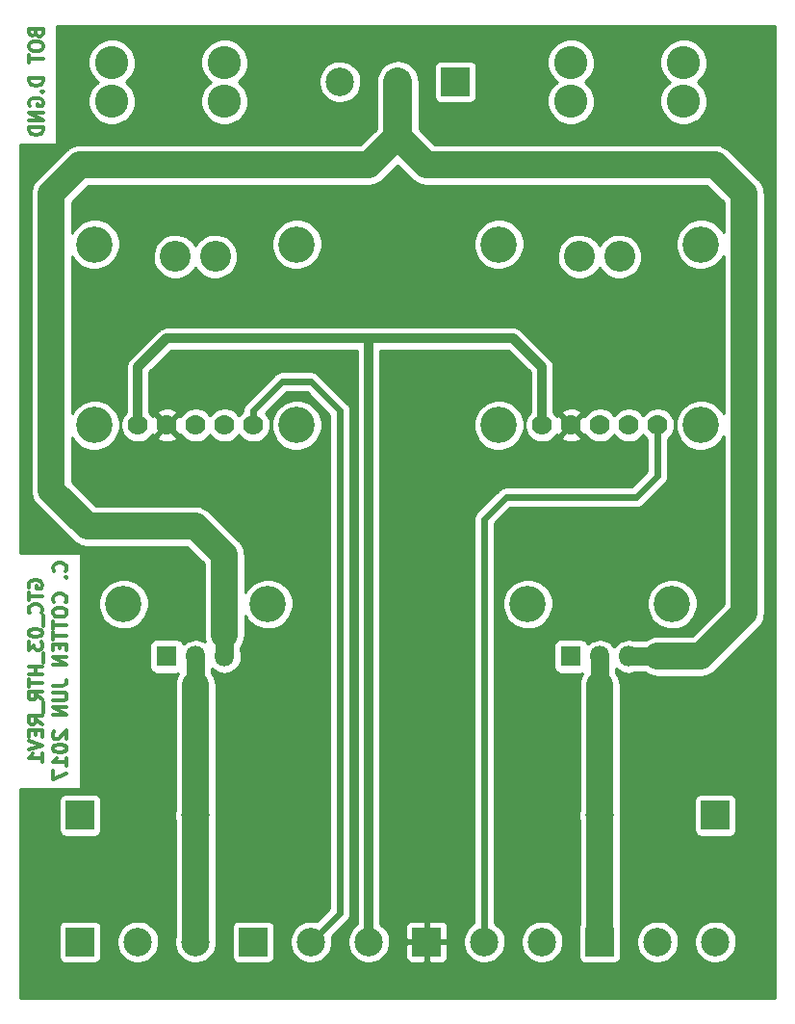
<source format=gbl>
G04 #@! TF.FileFunction,Copper,L2,Bot,Signal*
%FSLAX46Y46*%
G04 Gerber Fmt 4.6, Leading zero omitted, Abs format (unit mm)*
G04 Created by KiCad (PCBNEW 4.0.6) date 06/30/17 07:02:22*
%MOMM*%
%LPD*%
G01*
G04 APERTURE LIST*
%ADD10C,0.100000*%
%ADD11C,0.304800*%
%ADD12R,2.500000X2.500000*%
%ADD13C,2.500000*%
%ADD14R,1.800000X1.800000*%
%ADD15O,1.800000X1.800000*%
%ADD16C,2.921000*%
%ADD17C,3.200000*%
%ADD18C,3.200400*%
%ADD19C,1.778000*%
%ADD20C,2.717800*%
%ADD21C,1.625600*%
%ADD22C,2.362200*%
%ADD23C,0.609600*%
%ADD24C,2.540000*%
%ADD25C,0.812800*%
%ADD26C,0.254000*%
G04 APERTURE END LIST*
D10*
D11*
X112369600Y-101183829D02*
X112311543Y-101067715D01*
X112311543Y-100893544D01*
X112369600Y-100719372D01*
X112485714Y-100603258D01*
X112601829Y-100545201D01*
X112834057Y-100487144D01*
X113008229Y-100487144D01*
X113240457Y-100545201D01*
X113356571Y-100603258D01*
X113472686Y-100719372D01*
X113530743Y-100893544D01*
X113530743Y-101009658D01*
X113472686Y-101183829D01*
X113414629Y-101241886D01*
X113008229Y-101241886D01*
X113008229Y-101009658D01*
X112311543Y-101590229D02*
X112311543Y-102286915D01*
X113530743Y-101938572D02*
X112311543Y-101938572D01*
X113414629Y-103390000D02*
X113472686Y-103331943D01*
X113530743Y-103157772D01*
X113530743Y-103041658D01*
X113472686Y-102867486D01*
X113356571Y-102751372D01*
X113240457Y-102693315D01*
X113008229Y-102635258D01*
X112834057Y-102635258D01*
X112601829Y-102693315D01*
X112485714Y-102751372D01*
X112369600Y-102867486D01*
X112311543Y-103041658D01*
X112311543Y-103157772D01*
X112369600Y-103331943D01*
X112427657Y-103390000D01*
X113646857Y-103622229D02*
X113646857Y-104551143D01*
X112311543Y-105073657D02*
X112311543Y-105189772D01*
X112369600Y-105305886D01*
X112427657Y-105363943D01*
X112543771Y-105422000D01*
X112776000Y-105480057D01*
X113066286Y-105480057D01*
X113298514Y-105422000D01*
X113414629Y-105363943D01*
X113472686Y-105305886D01*
X113530743Y-105189772D01*
X113530743Y-105073657D01*
X113472686Y-104957543D01*
X113414629Y-104899486D01*
X113298514Y-104841429D01*
X113066286Y-104783372D01*
X112776000Y-104783372D01*
X112543771Y-104841429D01*
X112427657Y-104899486D01*
X112369600Y-104957543D01*
X112311543Y-105073657D01*
X112311543Y-105886457D02*
X112311543Y-106641200D01*
X112776000Y-106234800D01*
X112776000Y-106408972D01*
X112834057Y-106525086D01*
X112892114Y-106583143D01*
X113008229Y-106641200D01*
X113298514Y-106641200D01*
X113414629Y-106583143D01*
X113472686Y-106525086D01*
X113530743Y-106408972D01*
X113530743Y-106060629D01*
X113472686Y-105944515D01*
X113414629Y-105886457D01*
X113646857Y-106873429D02*
X113646857Y-107802343D01*
X113530743Y-108092629D02*
X112311543Y-108092629D01*
X112892114Y-108092629D02*
X112892114Y-108789314D01*
X113530743Y-108789314D02*
X112311543Y-108789314D01*
X112311543Y-109195714D02*
X112311543Y-109892400D01*
X113530743Y-109544057D02*
X112311543Y-109544057D01*
X113530743Y-110995485D02*
X112950171Y-110589085D01*
X113530743Y-110298800D02*
X112311543Y-110298800D01*
X112311543Y-110763257D01*
X112369600Y-110879371D01*
X112427657Y-110937428D01*
X112543771Y-110995485D01*
X112717943Y-110995485D01*
X112834057Y-110937428D01*
X112892114Y-110879371D01*
X112950171Y-110763257D01*
X112950171Y-110298800D01*
X113646857Y-111227714D02*
X113646857Y-112156628D01*
X113530743Y-113143599D02*
X112950171Y-112737199D01*
X113530743Y-112446914D02*
X112311543Y-112446914D01*
X112311543Y-112911371D01*
X112369600Y-113027485D01*
X112427657Y-113085542D01*
X112543771Y-113143599D01*
X112717943Y-113143599D01*
X112834057Y-113085542D01*
X112892114Y-113027485D01*
X112950171Y-112911371D01*
X112950171Y-112446914D01*
X112892114Y-113666114D02*
X112892114Y-114072514D01*
X113530743Y-114246685D02*
X113530743Y-113666114D01*
X112311543Y-113666114D01*
X112311543Y-114246685D01*
X112311543Y-114595028D02*
X113530743Y-115001428D01*
X112311543Y-115407828D01*
X113530743Y-116452857D02*
X113530743Y-115756172D01*
X113530743Y-116104514D02*
X112311543Y-116104514D01*
X112485714Y-115988400D01*
X112601829Y-115872286D01*
X112659886Y-115756172D01*
X115548229Y-99732401D02*
X115606286Y-99674344D01*
X115664343Y-99500173D01*
X115664343Y-99384059D01*
X115606286Y-99209887D01*
X115490171Y-99093773D01*
X115374057Y-99035716D01*
X115141829Y-98977659D01*
X114967657Y-98977659D01*
X114735429Y-99035716D01*
X114619314Y-99093773D01*
X114503200Y-99209887D01*
X114445143Y-99384059D01*
X114445143Y-99500173D01*
X114503200Y-99674344D01*
X114561257Y-99732401D01*
X115548229Y-100254916D02*
X115606286Y-100312973D01*
X115664343Y-100254916D01*
X115606286Y-100196859D01*
X115548229Y-100254916D01*
X115664343Y-100254916D01*
X115548229Y-102461086D02*
X115606286Y-102403029D01*
X115664343Y-102228858D01*
X115664343Y-102112744D01*
X115606286Y-101938572D01*
X115490171Y-101822458D01*
X115374057Y-101764401D01*
X115141829Y-101706344D01*
X114967657Y-101706344D01*
X114735429Y-101764401D01*
X114619314Y-101822458D01*
X114503200Y-101938572D01*
X114445143Y-102112744D01*
X114445143Y-102228858D01*
X114503200Y-102403029D01*
X114561257Y-102461086D01*
X114445143Y-103215829D02*
X114445143Y-103448058D01*
X114503200Y-103564172D01*
X114619314Y-103680286D01*
X114851543Y-103738344D01*
X115257943Y-103738344D01*
X115490171Y-103680286D01*
X115606286Y-103564172D01*
X115664343Y-103448058D01*
X115664343Y-103215829D01*
X115606286Y-103099715D01*
X115490171Y-102983601D01*
X115257943Y-102925544D01*
X114851543Y-102925544D01*
X114619314Y-102983601D01*
X114503200Y-103099715D01*
X114445143Y-103215829D01*
X114445143Y-104086686D02*
X114445143Y-104783372D01*
X115664343Y-104435029D02*
X114445143Y-104435029D01*
X114445143Y-105015600D02*
X114445143Y-105712286D01*
X115664343Y-105363943D02*
X114445143Y-105363943D01*
X115025714Y-106118686D02*
X115025714Y-106525086D01*
X115664343Y-106699257D02*
X115664343Y-106118686D01*
X114445143Y-106118686D01*
X114445143Y-106699257D01*
X115664343Y-107221772D02*
X114445143Y-107221772D01*
X115664343Y-107918457D01*
X114445143Y-107918457D01*
X114445143Y-109776286D02*
X115316000Y-109776286D01*
X115490171Y-109718228D01*
X115606286Y-109602114D01*
X115664343Y-109427943D01*
X115664343Y-109311828D01*
X114445143Y-110356857D02*
X115432114Y-110356857D01*
X115548229Y-110414914D01*
X115606286Y-110472971D01*
X115664343Y-110589085D01*
X115664343Y-110821314D01*
X115606286Y-110937428D01*
X115548229Y-110995485D01*
X115432114Y-111053542D01*
X114445143Y-111053542D01*
X115664343Y-111634114D02*
X114445143Y-111634114D01*
X115664343Y-112330799D01*
X114445143Y-112330799D01*
X114561257Y-113782228D02*
X114503200Y-113840285D01*
X114445143Y-113956399D01*
X114445143Y-114246685D01*
X114503200Y-114362799D01*
X114561257Y-114420856D01*
X114677371Y-114478913D01*
X114793486Y-114478913D01*
X114967657Y-114420856D01*
X115664343Y-113724170D01*
X115664343Y-114478913D01*
X114445143Y-115233656D02*
X114445143Y-115349771D01*
X114503200Y-115465885D01*
X114561257Y-115523942D01*
X114677371Y-115581999D01*
X114909600Y-115640056D01*
X115199886Y-115640056D01*
X115432114Y-115581999D01*
X115548229Y-115523942D01*
X115606286Y-115465885D01*
X115664343Y-115349771D01*
X115664343Y-115233656D01*
X115606286Y-115117542D01*
X115548229Y-115059485D01*
X115432114Y-115001428D01*
X115199886Y-114943371D01*
X114909600Y-114943371D01*
X114677371Y-115001428D01*
X114561257Y-115059485D01*
X114503200Y-115117542D01*
X114445143Y-115233656D01*
X115664343Y-116801199D02*
X115664343Y-116104514D01*
X115664343Y-116452856D02*
X114445143Y-116452856D01*
X114619314Y-116336742D01*
X114735429Y-116220628D01*
X114793486Y-116104514D01*
X114445143Y-117207599D02*
X114445143Y-118020399D01*
X115664343Y-117497885D01*
X112942914Y-52415830D02*
X113000971Y-52590001D01*
X113059029Y-52648058D01*
X113175143Y-52706115D01*
X113349314Y-52706115D01*
X113465429Y-52648058D01*
X113523486Y-52590001D01*
X113581543Y-52473887D01*
X113581543Y-52009430D01*
X112362343Y-52009430D01*
X112362343Y-52415830D01*
X112420400Y-52531944D01*
X112478457Y-52590001D01*
X112594571Y-52648058D01*
X112710686Y-52648058D01*
X112826800Y-52590001D01*
X112884857Y-52531944D01*
X112942914Y-52415830D01*
X112942914Y-52009430D01*
X112362343Y-53460858D02*
X112362343Y-53693087D01*
X112420400Y-53809201D01*
X112536514Y-53925315D01*
X112768743Y-53983373D01*
X113175143Y-53983373D01*
X113407371Y-53925315D01*
X113523486Y-53809201D01*
X113581543Y-53693087D01*
X113581543Y-53460858D01*
X113523486Y-53344744D01*
X113407371Y-53228630D01*
X113175143Y-53170573D01*
X112768743Y-53170573D01*
X112536514Y-53228630D01*
X112420400Y-53344744D01*
X112362343Y-53460858D01*
X112362343Y-54331715D02*
X112362343Y-55028401D01*
X113581543Y-54680058D02*
X112362343Y-54680058D01*
X113581543Y-56363715D02*
X112362343Y-56363715D01*
X112362343Y-56654000D01*
X112420400Y-56828172D01*
X112536514Y-56944286D01*
X112652629Y-57002343D01*
X112884857Y-57060400D01*
X113059029Y-57060400D01*
X113291257Y-57002343D01*
X113407371Y-56944286D01*
X113523486Y-56828172D01*
X113581543Y-56654000D01*
X113581543Y-56363715D01*
X113465429Y-57582915D02*
X113523486Y-57640972D01*
X113581543Y-57582915D01*
X113523486Y-57524858D01*
X113465429Y-57582915D01*
X113581543Y-57582915D01*
X112420400Y-58802114D02*
X112362343Y-58686000D01*
X112362343Y-58511829D01*
X112420400Y-58337657D01*
X112536514Y-58221543D01*
X112652629Y-58163486D01*
X112884857Y-58105429D01*
X113059029Y-58105429D01*
X113291257Y-58163486D01*
X113407371Y-58221543D01*
X113523486Y-58337657D01*
X113581543Y-58511829D01*
X113581543Y-58627943D01*
X113523486Y-58802114D01*
X113465429Y-58860171D01*
X113059029Y-58860171D01*
X113059029Y-58627943D01*
X113581543Y-59382686D02*
X112362343Y-59382686D01*
X113581543Y-60079371D01*
X112362343Y-60079371D01*
X113581543Y-60659943D02*
X112362343Y-60659943D01*
X112362343Y-60950228D01*
X112420400Y-61124400D01*
X112536514Y-61240514D01*
X112652629Y-61298571D01*
X112884857Y-61356628D01*
X113059029Y-61356628D01*
X113291257Y-61298571D01*
X113407371Y-61240514D01*
X113523486Y-61124400D01*
X113581543Y-60950228D01*
X113581543Y-60659943D01*
D12*
X132080000Y-132300000D03*
D13*
X137160000Y-132300000D03*
X142240000Y-132300000D03*
D12*
X147320000Y-132300000D03*
D13*
X152400000Y-132300000D03*
X157480000Y-132300000D03*
D12*
X149860000Y-56700000D03*
D13*
X144780000Y-56700000D03*
X139700000Y-56700000D03*
D12*
X116840000Y-132300000D03*
D13*
X121920000Y-132300000D03*
X127000000Y-132300000D03*
D12*
X162560000Y-132300000D03*
D13*
X167640000Y-132300000D03*
X172720000Y-132300000D03*
D14*
X124460000Y-107200000D03*
D15*
X127000000Y-107200000D03*
X129540000Y-107200000D03*
D14*
X160020000Y-107200000D03*
D15*
X162560000Y-107200000D03*
X165100000Y-107200000D03*
D16*
X129540000Y-55000000D03*
X119634000Y-55000000D03*
X129540000Y-58403600D03*
X119634000Y-58403600D03*
X160020000Y-58400000D03*
X169926000Y-58400000D03*
X160020000Y-54996400D03*
X169926000Y-54996400D03*
D17*
X120650000Y-102600000D03*
X133350000Y-102600000D03*
X156210000Y-102600000D03*
X168910000Y-102600000D03*
D12*
X116840000Y-121170000D03*
D13*
X127000000Y-121170000D03*
D12*
X172720000Y-121170000D03*
D13*
X162560000Y-121170000D03*
D18*
X135890000Y-86880000D03*
X135890000Y-70979600D03*
X118110000Y-70979600D03*
D19*
X121920000Y-86880000D03*
X124460000Y-86880000D03*
X127000000Y-86880000D03*
X129540000Y-86880000D03*
X132080000Y-86880000D03*
D20*
X128727200Y-72046400D03*
X125222000Y-72046400D03*
D18*
X118110000Y-86880000D03*
X171450000Y-86880000D03*
X171450000Y-70979600D03*
X153670000Y-70979600D03*
D19*
X157480000Y-86880000D03*
X160020000Y-86880000D03*
X162560000Y-86880000D03*
X165100000Y-86880000D03*
X167640000Y-86880000D03*
D20*
X164287200Y-72046400D03*
X160782000Y-72046400D03*
D18*
X153670000Y-86880000D03*
D21*
X127000000Y-107200000D02*
X127000000Y-109740000D01*
D22*
X127000000Y-109740000D02*
X127000000Y-121170000D01*
X127000000Y-132300000D02*
X127000000Y-121170000D01*
D21*
X162560000Y-107200000D02*
X162560000Y-109740000D01*
D22*
X162560000Y-109740000D02*
X162560000Y-121170000D01*
X162560000Y-132300000D02*
X162560000Y-121170000D01*
D23*
X132080000Y-86880000D02*
X132080000Y-85610000D01*
X132080000Y-85610000D02*
X134620000Y-83070000D01*
X134620000Y-83070000D02*
X137160000Y-83070000D01*
X137160000Y-83070000D02*
X139700000Y-85610000D01*
X139700000Y-85610000D02*
X139700000Y-129760000D01*
X139700000Y-129760000D02*
X137160000Y-132300000D01*
X167640000Y-86880000D02*
X167640000Y-91325000D01*
X167640000Y-91325000D02*
X165735000Y-93230000D01*
X165735000Y-93230000D02*
X154305000Y-93230000D01*
X154305000Y-93230000D02*
X152400000Y-95135000D01*
X152400000Y-95135000D02*
X152400000Y-132300000D01*
D21*
X129540000Y-105295000D02*
X129540000Y-107200000D01*
D22*
X129540000Y-98310000D02*
X129540000Y-105295000D01*
X127000000Y-95770000D02*
X129540000Y-98310000D01*
X117475000Y-95770000D02*
X127000000Y-95770000D01*
X142240000Y-64020000D02*
X144780000Y-61480000D01*
X142240000Y-64020000D02*
X137460000Y-64020000D01*
X114300000Y-88150000D02*
X114300000Y-92595000D01*
X114300000Y-92595000D02*
X117475000Y-95770000D01*
X116840000Y-64020000D02*
X137460000Y-64020000D01*
X114300000Y-66560000D02*
X116840000Y-64020000D01*
X114300000Y-88150000D02*
X114300000Y-66560000D01*
D21*
X165100000Y-107200000D02*
X167640000Y-107200000D01*
D22*
X167640000Y-107200000D02*
X171450000Y-107200000D01*
X152100000Y-64020000D02*
X147320000Y-64020000D01*
X147320000Y-64020000D02*
X144780000Y-61480000D01*
X172720000Y-64020000D02*
X152100000Y-64020000D01*
X175260000Y-66560000D02*
X172720000Y-64020000D01*
X175260000Y-103390000D02*
X175260000Y-66560000D01*
X171450000Y-107200000D02*
X175260000Y-103390000D01*
D24*
X144780000Y-56700000D02*
X144780000Y-61480000D01*
D21*
X144780000Y-56700000D02*
X145080000Y-56700000D01*
D25*
X142240000Y-132300000D02*
X142240000Y-79260000D01*
X121920000Y-86880000D02*
X121920000Y-81800000D01*
X157480000Y-81800000D02*
X157480000Y-86880000D01*
X154940000Y-79260000D02*
X157480000Y-81800000D01*
X124460000Y-79260000D02*
X142240000Y-79260000D01*
X142240000Y-79260000D02*
X154940000Y-79260000D01*
X121920000Y-81800000D02*
X124460000Y-79260000D01*
D26*
G36*
X177970000Y-137240000D02*
X111590000Y-137240000D01*
X111590000Y-131050000D01*
X114951928Y-131050000D01*
X114951928Y-133550000D01*
X114959992Y-133651121D01*
X115013106Y-133822634D01*
X115111900Y-133972559D01*
X115248550Y-134089025D01*
X115412237Y-134162810D01*
X115590000Y-134188072D01*
X118090000Y-134188072D01*
X118191121Y-134180008D01*
X118362634Y-134126894D01*
X118512559Y-134028100D01*
X118629025Y-133891450D01*
X118702810Y-133727763D01*
X118728072Y-133550000D01*
X118728072Y-132458496D01*
X120032522Y-132458496D01*
X120099254Y-132822091D01*
X120235338Y-133165799D01*
X120435590Y-133476529D01*
X120692382Y-133742446D01*
X120995935Y-133953420D01*
X121334684Y-134101416D01*
X121695729Y-134180797D01*
X122065315Y-134188539D01*
X122429367Y-134124346D01*
X122774017Y-133990666D01*
X123086137Y-133792588D01*
X123353840Y-133537658D01*
X123566929Y-133235586D01*
X123717286Y-132897877D01*
X123799185Y-132537396D01*
X123805081Y-132115166D01*
X123733279Y-131752539D01*
X123592410Y-131410764D01*
X123387839Y-131102860D01*
X123127358Y-130840555D01*
X122820890Y-130633839D01*
X122480107Y-130490587D01*
X122117990Y-130416255D01*
X121748331Y-130413674D01*
X121385211Y-130482943D01*
X121042461Y-130621423D01*
X120733137Y-130823840D01*
X120469019Y-131082482D01*
X120260169Y-131387500D01*
X120114542Y-131727275D01*
X120037683Y-132088864D01*
X120032522Y-132458496D01*
X118728072Y-132458496D01*
X118728072Y-131050000D01*
X118720008Y-130948879D01*
X118666894Y-130777366D01*
X118568100Y-130627441D01*
X118431450Y-130510975D01*
X118267763Y-130437190D01*
X118090000Y-130411928D01*
X115590000Y-130411928D01*
X115488879Y-130419992D01*
X115317366Y-130473106D01*
X115167441Y-130571900D01*
X115050975Y-130708550D01*
X114977190Y-130872237D01*
X114951928Y-131050000D01*
X111590000Y-131050000D01*
X111590000Y-119920000D01*
X114951928Y-119920000D01*
X114951928Y-122420000D01*
X114959992Y-122521121D01*
X115013106Y-122692634D01*
X115111900Y-122842559D01*
X115248550Y-122959025D01*
X115412237Y-123032810D01*
X115590000Y-123058072D01*
X118090000Y-123058072D01*
X118191121Y-123050008D01*
X118362634Y-122996894D01*
X118512559Y-122898100D01*
X118629025Y-122761450D01*
X118702810Y-122597763D01*
X118728072Y-122420000D01*
X118728072Y-119920000D01*
X118720008Y-119818879D01*
X118666894Y-119647366D01*
X118568100Y-119497441D01*
X118431450Y-119380975D01*
X118267763Y-119307190D01*
X118090000Y-119281928D01*
X115590000Y-119281928D01*
X115488879Y-119289992D01*
X115317366Y-119343106D01*
X115167441Y-119441900D01*
X115050975Y-119578550D01*
X114977190Y-119742237D01*
X114951928Y-119920000D01*
X111590000Y-119920000D01*
X111590000Y-118829570D01*
X116875560Y-118829570D01*
X116875560Y-102787925D01*
X118412062Y-102787925D01*
X118491185Y-103219030D01*
X118652536Y-103626557D01*
X118889970Y-103994982D01*
X119194443Y-104310273D01*
X119554358Y-104560421D01*
X119956005Y-104735896D01*
X120384087Y-104830016D01*
X120822297Y-104839195D01*
X121253944Y-104763084D01*
X121662587Y-104604582D01*
X122032661Y-104369726D01*
X122350070Y-104067461D01*
X122602724Y-103709302D01*
X122780999Y-103308889D01*
X122878105Y-102881475D01*
X122885096Y-102380847D01*
X122799962Y-101950888D01*
X122632936Y-101545654D01*
X122390381Y-101180580D01*
X122081536Y-100869571D01*
X121718164Y-100624473D01*
X121314105Y-100454622D01*
X120884751Y-100366489D01*
X120446456Y-100363429D01*
X120015914Y-100445559D01*
X119609523Y-100609752D01*
X119242764Y-100849752D01*
X118929607Y-101156419D01*
X118681978Y-101518071D01*
X118509311Y-101920933D01*
X118418182Y-102349662D01*
X118412062Y-102787925D01*
X116875560Y-102787925D01*
X116875560Y-98110429D01*
X111590000Y-98110429D01*
X111590000Y-66560000D01*
X112483900Y-66560000D01*
X112483900Y-92595000D01*
X112500269Y-92761941D01*
X112514891Y-92929074D01*
X112517555Y-92938243D01*
X112518487Y-92947749D01*
X112566979Y-93108363D01*
X112613777Y-93269441D01*
X112618172Y-93277919D01*
X112620932Y-93287062D01*
X112699696Y-93435195D01*
X112776891Y-93584119D01*
X112782849Y-93591582D01*
X112787332Y-93600014D01*
X112893340Y-93729992D01*
X112998018Y-93861121D01*
X113011132Y-93874420D01*
X113011349Y-93874686D01*
X113011596Y-93874890D01*
X113015823Y-93879177D01*
X116190823Y-97054177D01*
X116320453Y-97160656D01*
X116448963Y-97268489D01*
X116457332Y-97273090D01*
X116464711Y-97279151D01*
X116612538Y-97358415D01*
X116759562Y-97439242D01*
X116768666Y-97442130D01*
X116777081Y-97446642D01*
X116937480Y-97495681D01*
X117097412Y-97546414D01*
X117106904Y-97547479D01*
X117116034Y-97550270D01*
X117282860Y-97567215D01*
X117449643Y-97585923D01*
X117468320Y-97586053D01*
X117468661Y-97586088D01*
X117468979Y-97586058D01*
X117475000Y-97586100D01*
X126247746Y-97586100D01*
X127723900Y-99062253D01*
X127723900Y-105295000D01*
X127758487Y-105647749D01*
X127838794Y-105913738D01*
X127612128Y-105789127D01*
X127326571Y-105698543D01*
X127028859Y-105665150D01*
X127007427Y-105665000D01*
X126992573Y-105665000D01*
X126694423Y-105694234D01*
X126407630Y-105780822D01*
X126143117Y-105921466D01*
X125952295Y-106077097D01*
X125936894Y-106027366D01*
X125838100Y-105877441D01*
X125701450Y-105760975D01*
X125537763Y-105687190D01*
X125360000Y-105661928D01*
X123560000Y-105661928D01*
X123458879Y-105669992D01*
X123287366Y-105723106D01*
X123137441Y-105821900D01*
X123020975Y-105958550D01*
X122947190Y-106122237D01*
X122921928Y-106300000D01*
X122921928Y-108100000D01*
X122929992Y-108201121D01*
X122983106Y-108372634D01*
X123081900Y-108522559D01*
X123218550Y-108639025D01*
X123382237Y-108712810D01*
X123560000Y-108738072D01*
X125360000Y-108738072D01*
X125461121Y-108730008D01*
X125499168Y-108718226D01*
X125330758Y-109024562D01*
X125223586Y-109362412D01*
X125184077Y-109714643D01*
X125183900Y-109740000D01*
X125183900Y-120647341D01*
X125117683Y-120958864D01*
X125112522Y-121328496D01*
X125179254Y-121692091D01*
X125183900Y-121703825D01*
X125183900Y-131777341D01*
X125117683Y-132088864D01*
X125112522Y-132458496D01*
X125179254Y-132822091D01*
X125315338Y-133165799D01*
X125515590Y-133476529D01*
X125772382Y-133742446D01*
X126075935Y-133953420D01*
X126414684Y-134101416D01*
X126775729Y-134180797D01*
X127145315Y-134188539D01*
X127509367Y-134124346D01*
X127854017Y-133990666D01*
X128166137Y-133792588D01*
X128433840Y-133537658D01*
X128646929Y-133235586D01*
X128797286Y-132897877D01*
X128879185Y-132537396D01*
X128885081Y-132115166D01*
X128816100Y-131766786D01*
X128816100Y-131050000D01*
X130191928Y-131050000D01*
X130191928Y-133550000D01*
X130199992Y-133651121D01*
X130253106Y-133822634D01*
X130351900Y-133972559D01*
X130488550Y-134089025D01*
X130652237Y-134162810D01*
X130830000Y-134188072D01*
X133330000Y-134188072D01*
X133431121Y-134180008D01*
X133602634Y-134126894D01*
X133752559Y-134028100D01*
X133869025Y-133891450D01*
X133942810Y-133727763D01*
X133968072Y-133550000D01*
X133968072Y-131050000D01*
X133960008Y-130948879D01*
X133906894Y-130777366D01*
X133808100Y-130627441D01*
X133671450Y-130510975D01*
X133507763Y-130437190D01*
X133330000Y-130411928D01*
X130830000Y-130411928D01*
X130728879Y-130419992D01*
X130557366Y-130473106D01*
X130407441Y-130571900D01*
X130290975Y-130708550D01*
X130217190Y-130872237D01*
X130191928Y-131050000D01*
X128816100Y-131050000D01*
X128816100Y-121685067D01*
X128879185Y-121407396D01*
X128885081Y-120985166D01*
X128816100Y-120636786D01*
X128816100Y-109740000D01*
X128781513Y-109387251D01*
X128679068Y-109047938D01*
X128512668Y-108734986D01*
X128447800Y-108655450D01*
X128447800Y-108284004D01*
X128665349Y-108466549D01*
X128927872Y-108610873D01*
X129213429Y-108701457D01*
X129511141Y-108734850D01*
X129532573Y-108735000D01*
X129547427Y-108735000D01*
X129845577Y-108705766D01*
X130132370Y-108619178D01*
X130396883Y-108478534D01*
X130629041Y-108289191D01*
X130820000Y-108058361D01*
X130962487Y-107794836D01*
X131051075Y-107508655D01*
X131082390Y-107210716D01*
X131055238Y-106912370D01*
X130987800Y-106683236D01*
X130987800Y-106381446D01*
X131038489Y-106321037D01*
X131209242Y-106010438D01*
X131316414Y-105672588D01*
X131355923Y-105320357D01*
X131356100Y-105295000D01*
X131356100Y-103632087D01*
X131589970Y-103994982D01*
X131894443Y-104310273D01*
X132254358Y-104560421D01*
X132656005Y-104735896D01*
X133084087Y-104830016D01*
X133522297Y-104839195D01*
X133953944Y-104763084D01*
X134362587Y-104604582D01*
X134732661Y-104369726D01*
X135050070Y-104067461D01*
X135302724Y-103709302D01*
X135480999Y-103308889D01*
X135578105Y-102881475D01*
X135585096Y-102380847D01*
X135499962Y-101950888D01*
X135332936Y-101545654D01*
X135090381Y-101180580D01*
X134781536Y-100869571D01*
X134418164Y-100624473D01*
X134014105Y-100454622D01*
X133584751Y-100366489D01*
X133146456Y-100363429D01*
X132715914Y-100445559D01*
X132309523Y-100609752D01*
X131942764Y-100849752D01*
X131629607Y-101156419D01*
X131381978Y-101518071D01*
X131356100Y-101578449D01*
X131356100Y-98310000D01*
X131339732Y-98143063D01*
X131325109Y-97975926D01*
X131322445Y-97966756D01*
X131321513Y-97957251D01*
X131273025Y-97796650D01*
X131226223Y-97635558D01*
X131221828Y-97627079D01*
X131219068Y-97617938D01*
X131140325Y-97469844D01*
X131063109Y-97320880D01*
X131057150Y-97313415D01*
X131052668Y-97304986D01*
X130946673Y-97175023D01*
X130841981Y-97043878D01*
X130828872Y-97030585D01*
X130828651Y-97030314D01*
X130828400Y-97030107D01*
X130824176Y-97025823D01*
X128284177Y-94485823D01*
X128154547Y-94379344D01*
X128026037Y-94271511D01*
X128017668Y-94266910D01*
X128010289Y-94260849D01*
X127862462Y-94181585D01*
X127715438Y-94100758D01*
X127706334Y-94097870D01*
X127697919Y-94093358D01*
X127537520Y-94044319D01*
X127377588Y-93993586D01*
X127368096Y-93992521D01*
X127358966Y-93989730D01*
X127192095Y-93972780D01*
X127025357Y-93954077D01*
X127006690Y-93953947D01*
X127006339Y-93953911D01*
X127006011Y-93953942D01*
X127000000Y-93953900D01*
X118227254Y-93953900D01*
X116116100Y-91842746D01*
X116116100Y-87912457D01*
X116349813Y-88275107D01*
X116654313Y-88590426D01*
X117014260Y-88840596D01*
X117415943Y-89016087D01*
X117844063Y-89110215D01*
X118282312Y-89119395D01*
X118713998Y-89043278D01*
X119122678Y-88884761D01*
X119492785Y-88649884D01*
X119810222Y-88347592D01*
X120062899Y-87989401D01*
X120241190Y-87588952D01*
X120338305Y-87161500D01*
X120340446Y-87008142D01*
X120393997Y-87008142D01*
X120447949Y-87302104D01*
X120557971Y-87579988D01*
X120719872Y-87831210D01*
X120927486Y-88046200D01*
X121172904Y-88216770D01*
X121446779Y-88336423D01*
X121738679Y-88400602D01*
X122037486Y-88406861D01*
X122331817Y-88354962D01*
X122610462Y-88246883D01*
X122862808Y-88086739D01*
X123020857Y-87936231D01*
X123583374Y-87936231D01*
X123665727Y-88189289D01*
X123936418Y-88319086D01*
X124227230Y-88393580D01*
X124526988Y-88409908D01*
X124824171Y-88367443D01*
X125107359Y-88267816D01*
X125254273Y-88189289D01*
X125336626Y-87936231D01*
X124460000Y-87059605D01*
X123583374Y-87936231D01*
X123020857Y-87936231D01*
X123079243Y-87880631D01*
X123210977Y-87693886D01*
X123403769Y-87756626D01*
X124280395Y-86880000D01*
X124639605Y-86880000D01*
X125516231Y-87756626D01*
X125710965Y-87693253D01*
X125799872Y-87831210D01*
X126007486Y-88046200D01*
X126252904Y-88216770D01*
X126526779Y-88336423D01*
X126818679Y-88400602D01*
X127117486Y-88406861D01*
X127411817Y-88354962D01*
X127690462Y-88246883D01*
X127942808Y-88086739D01*
X128159243Y-87880631D01*
X128270281Y-87723225D01*
X128339872Y-87831210D01*
X128547486Y-88046200D01*
X128792904Y-88216770D01*
X129066779Y-88336423D01*
X129358679Y-88400602D01*
X129657486Y-88406861D01*
X129951817Y-88354962D01*
X130230462Y-88246883D01*
X130482808Y-88086739D01*
X130699243Y-87880631D01*
X130810281Y-87723225D01*
X130879872Y-87831210D01*
X131087486Y-88046200D01*
X131332904Y-88216770D01*
X131606779Y-88336423D01*
X131898679Y-88400602D01*
X132197486Y-88406861D01*
X132491817Y-88354962D01*
X132770462Y-88246883D01*
X133022808Y-88086739D01*
X133239243Y-87880631D01*
X133411522Y-87636410D01*
X133533084Y-87363377D01*
X133599299Y-87071932D01*
X133599354Y-87067942D01*
X133651862Y-87067942D01*
X133730992Y-87499086D01*
X133892357Y-87906649D01*
X134129813Y-88275107D01*
X134434313Y-88590426D01*
X134794260Y-88840596D01*
X135195943Y-89016087D01*
X135624063Y-89110215D01*
X136062312Y-89119395D01*
X136493998Y-89043278D01*
X136902678Y-88884761D01*
X137272785Y-88649884D01*
X137590222Y-88347592D01*
X137842899Y-87989401D01*
X138021190Y-87588952D01*
X138118305Y-87161500D01*
X138125296Y-86660827D01*
X138040154Y-86230830D01*
X137873114Y-85825560D01*
X137630537Y-85460453D01*
X137321664Y-85149416D01*
X136958259Y-84904296D01*
X136554165Y-84734430D01*
X136124772Y-84646289D01*
X135686438Y-84643229D01*
X135255857Y-84725366D01*
X134849430Y-84889573D01*
X134482638Y-85129595D01*
X134169453Y-85436289D01*
X133921802Y-85797974D01*
X133749119Y-86200873D01*
X133657982Y-86629639D01*
X133651862Y-87067942D01*
X133599354Y-87067942D01*
X133604065Y-86730564D01*
X133546014Y-86437384D01*
X133432123Y-86161063D01*
X133266730Y-85912127D01*
X133187119Y-85831959D01*
X135009278Y-84009800D01*
X136770722Y-84009800D01*
X138760200Y-85999278D01*
X138760200Y-129370722D01*
X137653921Y-130477001D01*
X137357990Y-130416255D01*
X136988331Y-130413674D01*
X136625211Y-130482943D01*
X136282461Y-130621423D01*
X135973137Y-130823840D01*
X135709019Y-131082482D01*
X135500169Y-131387500D01*
X135354542Y-131727275D01*
X135277683Y-132088864D01*
X135272522Y-132458496D01*
X135339254Y-132822091D01*
X135475338Y-133165799D01*
X135675590Y-133476529D01*
X135932382Y-133742446D01*
X136235935Y-133953420D01*
X136574684Y-134101416D01*
X136935729Y-134180797D01*
X137305315Y-134188539D01*
X137669367Y-134124346D01*
X138014017Y-133990666D01*
X138326137Y-133792588D01*
X138593840Y-133537658D01*
X138806929Y-133235586D01*
X138957286Y-132897877D01*
X139039185Y-132537396D01*
X139045081Y-132115166D01*
X138983735Y-131805343D01*
X140364539Y-130424539D01*
X140419636Y-130357463D01*
X140475442Y-130290956D01*
X140477823Y-130286625D01*
X140480959Y-130282807D01*
X140521963Y-130206334D01*
X140563803Y-130130227D01*
X140565298Y-130125514D01*
X140567632Y-130121161D01*
X140592999Y-130038188D01*
X140619263Y-129955395D01*
X140619814Y-129950482D01*
X140621258Y-129945759D01*
X140630029Y-129859416D01*
X140639708Y-129773122D01*
X140639776Y-129763461D01*
X140639794Y-129763281D01*
X140639778Y-129763114D01*
X140639800Y-129760000D01*
X140639800Y-85610000D01*
X140631328Y-85523594D01*
X140623763Y-85437122D01*
X140622384Y-85432376D01*
X140621902Y-85427459D01*
X140596816Y-85344373D01*
X140572591Y-85260989D01*
X140570316Y-85256601D01*
X140568888Y-85251870D01*
X140528136Y-85175227D01*
X140488182Y-85098148D01*
X140485099Y-85094285D01*
X140482779Y-85089923D01*
X140427905Y-85022640D01*
X140373752Y-84954804D01*
X140366971Y-84947928D01*
X140366855Y-84947785D01*
X140366723Y-84947676D01*
X140364539Y-84945461D01*
X137824539Y-82405461D01*
X137757463Y-82350364D01*
X137690956Y-82294558D01*
X137686625Y-82292177D01*
X137682807Y-82289041D01*
X137606317Y-82248028D01*
X137530227Y-82206197D01*
X137525516Y-82204702D01*
X137521160Y-82202367D01*
X137438169Y-82176994D01*
X137355395Y-82150737D01*
X137350480Y-82150186D01*
X137345758Y-82148742D01*
X137259421Y-82139972D01*
X137173122Y-82130292D01*
X137163461Y-82130224D01*
X137163281Y-82130206D01*
X137163114Y-82130222D01*
X137160000Y-82130200D01*
X134620000Y-82130200D01*
X134533594Y-82138672D01*
X134447122Y-82146237D01*
X134442376Y-82147616D01*
X134437459Y-82148098D01*
X134354373Y-82173184D01*
X134270989Y-82197409D01*
X134266601Y-82199684D01*
X134261870Y-82201112D01*
X134185227Y-82241864D01*
X134108148Y-82281818D01*
X134104285Y-82284901D01*
X134099923Y-82287221D01*
X134032640Y-82342095D01*
X133964804Y-82396248D01*
X133957928Y-82403029D01*
X133957785Y-82403145D01*
X133957676Y-82403277D01*
X133955461Y-82405461D01*
X131415461Y-84945461D01*
X131360364Y-85012537D01*
X131304558Y-85079044D01*
X131302177Y-85083375D01*
X131299041Y-85087193D01*
X131258028Y-85163683D01*
X131216197Y-85239773D01*
X131214702Y-85244484D01*
X131212367Y-85248840D01*
X131186994Y-85331831D01*
X131160737Y-85414605D01*
X131160186Y-85419520D01*
X131158742Y-85424242D01*
X131149972Y-85510579D01*
X131140292Y-85596878D01*
X131140224Y-85606539D01*
X131140206Y-85606719D01*
X131140222Y-85606886D01*
X131140200Y-85610000D01*
X131140200Y-85673608D01*
X131120435Y-85686542D01*
X130906899Y-85895652D01*
X130809903Y-86037312D01*
X130726730Y-85912127D01*
X130516135Y-85700056D01*
X130268359Y-85532929D01*
X129992840Y-85417112D01*
X129700072Y-85357015D01*
X129401208Y-85354929D01*
X129107630Y-85410932D01*
X128830520Y-85522891D01*
X128580435Y-85686542D01*
X128366899Y-85895652D01*
X128269903Y-86037312D01*
X128186730Y-85912127D01*
X127976135Y-85700056D01*
X127728359Y-85532929D01*
X127452840Y-85417112D01*
X127160072Y-85357015D01*
X126861208Y-85354929D01*
X126567630Y-85410932D01*
X126290520Y-85522891D01*
X126040435Y-85686542D01*
X125826899Y-85895652D01*
X125709970Y-86066423D01*
X125516231Y-86003374D01*
X124639605Y-86880000D01*
X124280395Y-86880000D01*
X123403769Y-86003374D01*
X123209384Y-86066633D01*
X123106730Y-85912127D01*
X123018988Y-85823769D01*
X123583374Y-85823769D01*
X124460000Y-86700395D01*
X125336626Y-85823769D01*
X125254273Y-85570711D01*
X124983582Y-85440914D01*
X124692770Y-85366420D01*
X124393012Y-85350092D01*
X124095829Y-85392557D01*
X123812641Y-85492184D01*
X123665727Y-85570711D01*
X123583374Y-85823769D01*
X123018988Y-85823769D01*
X122961400Y-85765778D01*
X122961400Y-82231362D01*
X124891362Y-80301400D01*
X141198600Y-80301400D01*
X141198600Y-130728651D01*
X141053137Y-130823840D01*
X140789019Y-131082482D01*
X140580169Y-131387500D01*
X140434542Y-131727275D01*
X140357683Y-132088864D01*
X140352522Y-132458496D01*
X140419254Y-132822091D01*
X140555338Y-133165799D01*
X140755590Y-133476529D01*
X141012382Y-133742446D01*
X141315935Y-133953420D01*
X141654684Y-134101416D01*
X142015729Y-134180797D01*
X142385315Y-134188539D01*
X142749367Y-134124346D01*
X143094017Y-133990666D01*
X143406137Y-133792588D01*
X143673840Y-133537658D01*
X143886929Y-133235586D01*
X144037286Y-132897877D01*
X144108199Y-132585750D01*
X145435000Y-132585750D01*
X145435000Y-133612542D01*
X145459403Y-133735223D01*
X145507270Y-133850785D01*
X145576763Y-133954789D01*
X145665211Y-134043237D01*
X145769215Y-134112730D01*
X145884777Y-134160597D01*
X146007458Y-134185000D01*
X147034250Y-134185000D01*
X147193000Y-134026250D01*
X147193000Y-132427000D01*
X147447000Y-132427000D01*
X147447000Y-134026250D01*
X147605750Y-134185000D01*
X148632542Y-134185000D01*
X148755223Y-134160597D01*
X148870785Y-134112730D01*
X148974789Y-134043237D01*
X149063237Y-133954789D01*
X149132730Y-133850785D01*
X149180597Y-133735223D01*
X149205000Y-133612542D01*
X149205000Y-132585750D01*
X149077746Y-132458496D01*
X150512522Y-132458496D01*
X150579254Y-132822091D01*
X150715338Y-133165799D01*
X150915590Y-133476529D01*
X151172382Y-133742446D01*
X151475935Y-133953420D01*
X151814684Y-134101416D01*
X152175729Y-134180797D01*
X152545315Y-134188539D01*
X152909367Y-134124346D01*
X153254017Y-133990666D01*
X153566137Y-133792588D01*
X153833840Y-133537658D01*
X154046929Y-133235586D01*
X154197286Y-132897877D01*
X154279185Y-132537396D01*
X154280286Y-132458496D01*
X155592522Y-132458496D01*
X155659254Y-132822091D01*
X155795338Y-133165799D01*
X155995590Y-133476529D01*
X156252382Y-133742446D01*
X156555935Y-133953420D01*
X156894684Y-134101416D01*
X157255729Y-134180797D01*
X157625315Y-134188539D01*
X157989367Y-134124346D01*
X158334017Y-133990666D01*
X158646137Y-133792588D01*
X158913840Y-133537658D01*
X159126929Y-133235586D01*
X159277286Y-132897877D01*
X159359185Y-132537396D01*
X159365081Y-132115166D01*
X159293279Y-131752539D01*
X159152410Y-131410764D01*
X158947839Y-131102860D01*
X158687358Y-130840555D01*
X158380890Y-130633839D01*
X158040107Y-130490587D01*
X157677990Y-130416255D01*
X157308331Y-130413674D01*
X156945211Y-130482943D01*
X156602461Y-130621423D01*
X156293137Y-130823840D01*
X156029019Y-131082482D01*
X155820169Y-131387500D01*
X155674542Y-131727275D01*
X155597683Y-132088864D01*
X155592522Y-132458496D01*
X154280286Y-132458496D01*
X154285081Y-132115166D01*
X154213279Y-131752539D01*
X154072410Y-131410764D01*
X153867839Y-131102860D01*
X153607358Y-130840555D01*
X153339800Y-130660084D01*
X153339800Y-102787925D01*
X153972062Y-102787925D01*
X154051185Y-103219030D01*
X154212536Y-103626557D01*
X154449970Y-103994982D01*
X154754443Y-104310273D01*
X155114358Y-104560421D01*
X155516005Y-104735896D01*
X155944087Y-104830016D01*
X156382297Y-104839195D01*
X156813944Y-104763084D01*
X157222587Y-104604582D01*
X157592661Y-104369726D01*
X157910070Y-104067461D01*
X158162724Y-103709302D01*
X158340999Y-103308889D01*
X158438105Y-102881475D01*
X158439411Y-102787925D01*
X166672062Y-102787925D01*
X166751185Y-103219030D01*
X166912536Y-103626557D01*
X167149970Y-103994982D01*
X167454443Y-104310273D01*
X167814358Y-104560421D01*
X168216005Y-104735896D01*
X168644087Y-104830016D01*
X169082297Y-104839195D01*
X169513944Y-104763084D01*
X169922587Y-104604582D01*
X170292661Y-104369726D01*
X170610070Y-104067461D01*
X170862724Y-103709302D01*
X171040999Y-103308889D01*
X171138105Y-102881475D01*
X171145096Y-102380847D01*
X171059962Y-101950888D01*
X170892936Y-101545654D01*
X170650381Y-101180580D01*
X170341536Y-100869571D01*
X169978164Y-100624473D01*
X169574105Y-100454622D01*
X169144751Y-100366489D01*
X168706456Y-100363429D01*
X168275914Y-100445559D01*
X167869523Y-100609752D01*
X167502764Y-100849752D01*
X167189607Y-101156419D01*
X166941978Y-101518071D01*
X166769311Y-101920933D01*
X166678182Y-102349662D01*
X166672062Y-102787925D01*
X158439411Y-102787925D01*
X158445096Y-102380847D01*
X158359962Y-101950888D01*
X158192936Y-101545654D01*
X157950381Y-101180580D01*
X157641536Y-100869571D01*
X157278164Y-100624473D01*
X156874105Y-100454622D01*
X156444751Y-100366489D01*
X156006456Y-100363429D01*
X155575914Y-100445559D01*
X155169523Y-100609752D01*
X154802764Y-100849752D01*
X154489607Y-101156419D01*
X154241978Y-101518071D01*
X154069311Y-101920933D01*
X153978182Y-102349662D01*
X153972062Y-102787925D01*
X153339800Y-102787925D01*
X153339800Y-95524278D01*
X154694278Y-94169800D01*
X165735000Y-94169800D01*
X165821410Y-94161328D01*
X165907878Y-94153763D01*
X165912624Y-94152384D01*
X165917541Y-94151902D01*
X166000627Y-94126816D01*
X166084011Y-94102591D01*
X166088399Y-94100316D01*
X166093130Y-94098888D01*
X166169773Y-94058136D01*
X166246852Y-94018182D01*
X166250715Y-94015099D01*
X166255077Y-94012779D01*
X166322354Y-93957910D01*
X166390195Y-93903753D01*
X166397072Y-93896971D01*
X166397215Y-93896855D01*
X166397324Y-93896723D01*
X166399539Y-93894539D01*
X168304539Y-91989539D01*
X168359636Y-91922463D01*
X168415442Y-91855956D01*
X168417823Y-91851625D01*
X168420959Y-91847807D01*
X168461972Y-91771317D01*
X168503803Y-91695227D01*
X168505298Y-91690516D01*
X168507633Y-91686160D01*
X168533006Y-91603169D01*
X168559263Y-91520395D01*
X168559814Y-91515480D01*
X168561258Y-91510758D01*
X168570033Y-91424376D01*
X168579708Y-91338122D01*
X168579776Y-91328471D01*
X168579795Y-91328281D01*
X168579778Y-91328104D01*
X168579800Y-91325000D01*
X168579800Y-88088648D01*
X168582808Y-88086739D01*
X168799243Y-87880631D01*
X168971522Y-87636410D01*
X169093084Y-87363377D01*
X169159299Y-87071932D01*
X169164065Y-86730564D01*
X169106014Y-86437384D01*
X168992123Y-86161063D01*
X168826730Y-85912127D01*
X168616135Y-85700056D01*
X168368359Y-85532929D01*
X168092840Y-85417112D01*
X167800072Y-85357015D01*
X167501208Y-85354929D01*
X167207630Y-85410932D01*
X166930520Y-85522891D01*
X166680435Y-85686542D01*
X166466899Y-85895652D01*
X166369903Y-86037312D01*
X166286730Y-85912127D01*
X166076135Y-85700056D01*
X165828359Y-85532929D01*
X165552840Y-85417112D01*
X165260072Y-85357015D01*
X164961208Y-85354929D01*
X164667630Y-85410932D01*
X164390520Y-85522891D01*
X164140435Y-85686542D01*
X163926899Y-85895652D01*
X163829903Y-86037312D01*
X163746730Y-85912127D01*
X163536135Y-85700056D01*
X163288359Y-85532929D01*
X163012840Y-85417112D01*
X162720072Y-85357015D01*
X162421208Y-85354929D01*
X162127630Y-85410932D01*
X161850520Y-85522891D01*
X161600435Y-85686542D01*
X161386899Y-85895652D01*
X161269970Y-86066423D01*
X161076231Y-86003374D01*
X160199605Y-86880000D01*
X161076231Y-87756626D01*
X161270965Y-87693253D01*
X161359872Y-87831210D01*
X161567486Y-88046200D01*
X161812904Y-88216770D01*
X162086779Y-88336423D01*
X162378679Y-88400602D01*
X162677486Y-88406861D01*
X162971817Y-88354962D01*
X163250462Y-88246883D01*
X163502808Y-88086739D01*
X163719243Y-87880631D01*
X163830281Y-87723225D01*
X163899872Y-87831210D01*
X164107486Y-88046200D01*
X164352904Y-88216770D01*
X164626779Y-88336423D01*
X164918679Y-88400602D01*
X165217486Y-88406861D01*
X165511817Y-88354962D01*
X165790462Y-88246883D01*
X166042808Y-88086739D01*
X166259243Y-87880631D01*
X166370281Y-87723225D01*
X166439872Y-87831210D01*
X166647486Y-88046200D01*
X166700200Y-88082837D01*
X166700200Y-90935722D01*
X165345722Y-92290200D01*
X154305000Y-92290200D01*
X154218635Y-92298668D01*
X154132122Y-92306237D01*
X154127376Y-92307616D01*
X154122459Y-92308098D01*
X154039373Y-92333184D01*
X153955989Y-92357409D01*
X153951601Y-92359684D01*
X153946870Y-92361112D01*
X153870227Y-92401864D01*
X153793148Y-92441818D01*
X153789285Y-92444901D01*
X153784923Y-92447221D01*
X153717646Y-92502090D01*
X153649805Y-92556247D01*
X153642928Y-92563029D01*
X153642785Y-92563145D01*
X153642676Y-92563277D01*
X153640461Y-92565461D01*
X151735461Y-94470461D01*
X151680364Y-94537537D01*
X151624558Y-94604044D01*
X151622177Y-94608375D01*
X151619041Y-94612193D01*
X151578028Y-94688683D01*
X151536197Y-94764773D01*
X151534702Y-94769484D01*
X151532367Y-94773840D01*
X151506994Y-94856831D01*
X151480737Y-94939605D01*
X151480186Y-94944520D01*
X151478742Y-94949242D01*
X151469972Y-95035579D01*
X151460292Y-95121878D01*
X151460224Y-95131539D01*
X151460206Y-95131719D01*
X151460222Y-95131886D01*
X151460200Y-95135000D01*
X151460200Y-130662166D01*
X151213137Y-130823840D01*
X150949019Y-131082482D01*
X150740169Y-131387500D01*
X150594542Y-131727275D01*
X150517683Y-132088864D01*
X150512522Y-132458496D01*
X149077746Y-132458496D01*
X149046250Y-132427000D01*
X147447000Y-132427000D01*
X147193000Y-132427000D01*
X145593750Y-132427000D01*
X145435000Y-132585750D01*
X144108199Y-132585750D01*
X144119185Y-132537396D01*
X144125081Y-132115166D01*
X144053279Y-131752539D01*
X143912410Y-131410764D01*
X143707839Y-131102860D01*
X143593240Y-130987458D01*
X145435000Y-130987458D01*
X145435000Y-132014250D01*
X145593750Y-132173000D01*
X147193000Y-132173000D01*
X147193000Y-130573750D01*
X147447000Y-130573750D01*
X147447000Y-132173000D01*
X149046250Y-132173000D01*
X149205000Y-132014250D01*
X149205000Y-130987458D01*
X149180597Y-130864777D01*
X149132730Y-130749215D01*
X149063237Y-130645211D01*
X148974789Y-130556763D01*
X148870785Y-130487270D01*
X148755223Y-130439403D01*
X148632542Y-130415000D01*
X147605750Y-130415000D01*
X147447000Y-130573750D01*
X147193000Y-130573750D01*
X147034250Y-130415000D01*
X146007458Y-130415000D01*
X145884777Y-130439403D01*
X145769215Y-130487270D01*
X145665211Y-130556763D01*
X145576763Y-130645211D01*
X145507270Y-130749215D01*
X145459403Y-130864777D01*
X145435000Y-130987458D01*
X143593240Y-130987458D01*
X143447358Y-130840555D01*
X143281400Y-130728615D01*
X143281400Y-87067942D01*
X151431862Y-87067942D01*
X151510992Y-87499086D01*
X151672357Y-87906649D01*
X151909813Y-88275107D01*
X152214313Y-88590426D01*
X152574260Y-88840596D01*
X152975943Y-89016087D01*
X153404063Y-89110215D01*
X153842312Y-89119395D01*
X154273998Y-89043278D01*
X154682678Y-88884761D01*
X155052785Y-88649884D01*
X155370222Y-88347592D01*
X155622899Y-87989401D01*
X155801190Y-87588952D01*
X155898305Y-87161500D01*
X155905296Y-86660827D01*
X155820154Y-86230830D01*
X155653114Y-85825560D01*
X155410537Y-85460453D01*
X155101664Y-85149416D01*
X154738259Y-84904296D01*
X154334165Y-84734430D01*
X153904772Y-84646289D01*
X153466438Y-84643229D01*
X153035857Y-84725366D01*
X152629430Y-84889573D01*
X152262638Y-85129595D01*
X151949453Y-85436289D01*
X151701802Y-85797974D01*
X151529119Y-86200873D01*
X151437982Y-86629639D01*
X151431862Y-87067942D01*
X143281400Y-87067942D01*
X143281400Y-80301400D01*
X154508638Y-80301400D01*
X156438600Y-82231362D01*
X156438600Y-85766681D01*
X156306899Y-85895652D01*
X156138047Y-86142255D01*
X156020309Y-86416959D01*
X155958170Y-86709299D01*
X155953997Y-87008142D01*
X156007949Y-87302104D01*
X156117971Y-87579988D01*
X156279872Y-87831210D01*
X156487486Y-88046200D01*
X156732904Y-88216770D01*
X157006779Y-88336423D01*
X157298679Y-88400602D01*
X157597486Y-88406861D01*
X157891817Y-88354962D01*
X158170462Y-88246883D01*
X158422808Y-88086739D01*
X158580857Y-87936231D01*
X159143374Y-87936231D01*
X159225727Y-88189289D01*
X159496418Y-88319086D01*
X159787230Y-88393580D01*
X160086988Y-88409908D01*
X160384171Y-88367443D01*
X160667359Y-88267816D01*
X160814273Y-88189289D01*
X160896626Y-87936231D01*
X160020000Y-87059605D01*
X159143374Y-87936231D01*
X158580857Y-87936231D01*
X158639243Y-87880631D01*
X158770977Y-87693886D01*
X158963769Y-87756626D01*
X159840395Y-86880000D01*
X158963769Y-86003374D01*
X158769384Y-86066633D01*
X158666730Y-85912127D01*
X158578988Y-85823769D01*
X159143374Y-85823769D01*
X160020000Y-86700395D01*
X160896626Y-85823769D01*
X160814273Y-85570711D01*
X160543582Y-85440914D01*
X160252770Y-85366420D01*
X159953012Y-85350092D01*
X159655829Y-85392557D01*
X159372641Y-85492184D01*
X159225727Y-85570711D01*
X159143374Y-85823769D01*
X158578988Y-85823769D01*
X158521400Y-85765778D01*
X158521400Y-81800000D01*
X158512008Y-81704216D01*
X158503629Y-81608433D01*
X158502101Y-81603175D01*
X158501567Y-81597724D01*
X158473761Y-81505628D01*
X158446925Y-81413257D01*
X158444405Y-81408395D01*
X158442822Y-81403153D01*
X158397667Y-81318228D01*
X158353391Y-81232812D01*
X158349974Y-81228532D01*
X158347404Y-81223698D01*
X158286601Y-81149147D01*
X158226590Y-81073972D01*
X158219075Y-81066351D01*
X158218947Y-81066194D01*
X158218801Y-81066074D01*
X158216381Y-81063619D01*
X155676381Y-78523619D01*
X155602028Y-78462544D01*
X155528357Y-78400727D01*
X155523560Y-78398090D01*
X155519326Y-78394612D01*
X155434546Y-78349154D01*
X155350251Y-78302812D01*
X155345029Y-78301155D01*
X155340205Y-78298569D01*
X155248259Y-78270458D01*
X155156519Y-78241357D01*
X155151074Y-78240746D01*
X155145840Y-78239146D01*
X155050121Y-78229423D01*
X154954540Y-78218702D01*
X154943841Y-78218627D01*
X154943635Y-78218606D01*
X154943443Y-78218624D01*
X154940000Y-78218600D01*
X124460000Y-78218600D01*
X124364216Y-78227992D01*
X124268433Y-78236371D01*
X124263175Y-78237899D01*
X124257724Y-78238433D01*
X124165628Y-78266239D01*
X124073257Y-78293075D01*
X124068395Y-78295595D01*
X124063153Y-78297178D01*
X123978228Y-78342333D01*
X123892812Y-78386609D01*
X123888532Y-78390026D01*
X123883698Y-78392596D01*
X123809147Y-78453399D01*
X123733972Y-78513410D01*
X123726351Y-78520925D01*
X123726194Y-78521053D01*
X123726074Y-78521199D01*
X123723619Y-78523619D01*
X121183619Y-81063619D01*
X121122544Y-81137972D01*
X121060727Y-81211643D01*
X121058090Y-81216440D01*
X121054612Y-81220674D01*
X121009154Y-81305454D01*
X120962812Y-81389749D01*
X120961155Y-81394971D01*
X120958569Y-81399795D01*
X120930458Y-81491741D01*
X120901357Y-81583481D01*
X120900746Y-81588926D01*
X120899146Y-81594160D01*
X120889423Y-81689879D01*
X120878702Y-81785460D01*
X120878627Y-81796159D01*
X120878606Y-81796365D01*
X120878624Y-81796557D01*
X120878600Y-81800000D01*
X120878600Y-85766681D01*
X120746899Y-85895652D01*
X120578047Y-86142255D01*
X120460309Y-86416959D01*
X120398170Y-86709299D01*
X120393997Y-87008142D01*
X120340446Y-87008142D01*
X120345296Y-86660827D01*
X120260154Y-86230830D01*
X120093114Y-85825560D01*
X119850537Y-85460453D01*
X119541664Y-85149416D01*
X119178259Y-84904296D01*
X118774165Y-84734430D01*
X118344772Y-84646289D01*
X117906438Y-84643229D01*
X117475857Y-84725366D01*
X117069430Y-84889573D01*
X116702638Y-85129595D01*
X116389453Y-85436289D01*
X116141802Y-85797974D01*
X116116100Y-85857941D01*
X116116100Y-72012057D01*
X116349813Y-72374707D01*
X116654313Y-72690026D01*
X117014260Y-72940196D01*
X117415943Y-73115687D01*
X117844063Y-73209815D01*
X118282312Y-73218995D01*
X118713998Y-73142878D01*
X119122678Y-72984361D01*
X119492785Y-72749484D01*
X119810222Y-72447192D01*
X119974684Y-72214053D01*
X123225479Y-72214053D01*
X123296066Y-72598653D01*
X123440012Y-72962218D01*
X123651833Y-73290899D01*
X123923461Y-73572179D01*
X124244550Y-73795341D01*
X124602870Y-73951887D01*
X124984772Y-74035854D01*
X125375710Y-74044043D01*
X125760794Y-73976142D01*
X126125355Y-73834739D01*
X126455507Y-73625217D01*
X126738676Y-73355560D01*
X126964075Y-73036036D01*
X126975805Y-73009689D01*
X127157033Y-73290899D01*
X127428661Y-73572179D01*
X127749750Y-73795341D01*
X128108070Y-73951887D01*
X128489972Y-74035854D01*
X128880910Y-74044043D01*
X129265994Y-73976142D01*
X129630555Y-73834739D01*
X129960707Y-73625217D01*
X130243876Y-73355560D01*
X130469275Y-73036036D01*
X130628319Y-72678818D01*
X130714949Y-72297511D01*
X130721186Y-71850888D01*
X130645236Y-71467311D01*
X130521680Y-71167542D01*
X133651862Y-71167542D01*
X133730992Y-71598686D01*
X133892357Y-72006249D01*
X134129813Y-72374707D01*
X134434313Y-72690026D01*
X134794260Y-72940196D01*
X135195943Y-73115687D01*
X135624063Y-73209815D01*
X136062312Y-73218995D01*
X136493998Y-73142878D01*
X136902678Y-72984361D01*
X137272785Y-72749484D01*
X137590222Y-72447192D01*
X137842899Y-72089001D01*
X138021190Y-71688552D01*
X138118305Y-71261100D01*
X138119611Y-71167542D01*
X151431862Y-71167542D01*
X151510992Y-71598686D01*
X151672357Y-72006249D01*
X151909813Y-72374707D01*
X152214313Y-72690026D01*
X152574260Y-72940196D01*
X152975943Y-73115687D01*
X153404063Y-73209815D01*
X153842312Y-73218995D01*
X154273998Y-73142878D01*
X154682678Y-72984361D01*
X155052785Y-72749484D01*
X155370222Y-72447192D01*
X155534684Y-72214053D01*
X158785479Y-72214053D01*
X158856066Y-72598653D01*
X159000012Y-72962218D01*
X159211833Y-73290899D01*
X159483461Y-73572179D01*
X159804550Y-73795341D01*
X160162870Y-73951887D01*
X160544772Y-74035854D01*
X160935710Y-74044043D01*
X161320794Y-73976142D01*
X161685355Y-73834739D01*
X162015507Y-73625217D01*
X162298676Y-73355560D01*
X162524075Y-73036036D01*
X162535805Y-73009689D01*
X162717033Y-73290899D01*
X162988661Y-73572179D01*
X163309750Y-73795341D01*
X163668070Y-73951887D01*
X164049972Y-74035854D01*
X164440910Y-74044043D01*
X164825994Y-73976142D01*
X165190555Y-73834739D01*
X165520707Y-73625217D01*
X165803876Y-73355560D01*
X166029275Y-73036036D01*
X166188319Y-72678818D01*
X166274949Y-72297511D01*
X166281186Y-71850888D01*
X166205236Y-71467311D01*
X166056228Y-71105791D01*
X165839838Y-70780099D01*
X165564310Y-70502640D01*
X165240136Y-70283982D01*
X164879665Y-70132454D01*
X164496628Y-70053828D01*
X164105613Y-70051098D01*
X163721515Y-70124368D01*
X163358964Y-70270849D01*
X163031769Y-70484959D01*
X162752393Y-70758544D01*
X162533102Y-71078811D01*
X162334638Y-70780099D01*
X162059110Y-70502640D01*
X161734936Y-70283982D01*
X161374465Y-70132454D01*
X160991428Y-70053828D01*
X160600413Y-70051098D01*
X160216315Y-70124368D01*
X159853764Y-70270849D01*
X159526569Y-70484959D01*
X159247193Y-70758544D01*
X159026278Y-71081183D01*
X158872237Y-71440587D01*
X158790938Y-71823067D01*
X158785479Y-72214053D01*
X155534684Y-72214053D01*
X155622899Y-72089001D01*
X155801190Y-71688552D01*
X155898305Y-71261100D01*
X155905296Y-70760427D01*
X155820154Y-70330430D01*
X155653114Y-69925160D01*
X155410537Y-69560053D01*
X155101664Y-69249016D01*
X154738259Y-69003896D01*
X154334165Y-68834030D01*
X153904772Y-68745889D01*
X153466438Y-68742829D01*
X153035857Y-68824966D01*
X152629430Y-68989173D01*
X152262638Y-69229195D01*
X151949453Y-69535889D01*
X151701802Y-69897574D01*
X151529119Y-70300473D01*
X151437982Y-70729239D01*
X151431862Y-71167542D01*
X138119611Y-71167542D01*
X138125296Y-70760427D01*
X138040154Y-70330430D01*
X137873114Y-69925160D01*
X137630537Y-69560053D01*
X137321664Y-69249016D01*
X136958259Y-69003896D01*
X136554165Y-68834030D01*
X136124772Y-68745889D01*
X135686438Y-68742829D01*
X135255857Y-68824966D01*
X134849430Y-68989173D01*
X134482638Y-69229195D01*
X134169453Y-69535889D01*
X133921802Y-69897574D01*
X133749119Y-70300473D01*
X133657982Y-70729239D01*
X133651862Y-71167542D01*
X130521680Y-71167542D01*
X130496228Y-71105791D01*
X130279838Y-70780099D01*
X130004310Y-70502640D01*
X129680136Y-70283982D01*
X129319665Y-70132454D01*
X128936628Y-70053828D01*
X128545613Y-70051098D01*
X128161515Y-70124368D01*
X127798964Y-70270849D01*
X127471769Y-70484959D01*
X127192393Y-70758544D01*
X126973102Y-71078811D01*
X126774638Y-70780099D01*
X126499110Y-70502640D01*
X126174936Y-70283982D01*
X125814465Y-70132454D01*
X125431428Y-70053828D01*
X125040413Y-70051098D01*
X124656315Y-70124368D01*
X124293764Y-70270849D01*
X123966569Y-70484959D01*
X123687193Y-70758544D01*
X123466278Y-71081183D01*
X123312237Y-71440587D01*
X123230938Y-71823067D01*
X123225479Y-72214053D01*
X119974684Y-72214053D01*
X120062899Y-72089001D01*
X120241190Y-71688552D01*
X120338305Y-71261100D01*
X120345296Y-70760427D01*
X120260154Y-70330430D01*
X120093114Y-69925160D01*
X119850537Y-69560053D01*
X119541664Y-69249016D01*
X119178259Y-69003896D01*
X118774165Y-68834030D01*
X118344772Y-68745889D01*
X117906438Y-68742829D01*
X117475857Y-68824966D01*
X117069430Y-68989173D01*
X116702638Y-69229195D01*
X116389453Y-69535889D01*
X116141802Y-69897574D01*
X116116100Y-69957541D01*
X116116100Y-67312254D01*
X117592253Y-65836100D01*
X142240000Y-65836100D01*
X142406941Y-65819731D01*
X142574074Y-65805109D01*
X142583243Y-65802445D01*
X142592749Y-65801513D01*
X142753363Y-65753021D01*
X142914441Y-65706223D01*
X142922919Y-65701828D01*
X142932062Y-65699068D01*
X143080195Y-65620304D01*
X143229119Y-65543109D01*
X143236582Y-65537151D01*
X143245014Y-65532668D01*
X143374992Y-65426660D01*
X143506121Y-65321982D01*
X143519420Y-65308868D01*
X143519686Y-65308651D01*
X143519890Y-65308404D01*
X143524177Y-65304177D01*
X144780000Y-64048353D01*
X146035823Y-65304176D01*
X146165423Y-65410631D01*
X146293963Y-65518489D01*
X146302332Y-65523090D01*
X146309711Y-65529151D01*
X146457538Y-65608415D01*
X146604562Y-65689242D01*
X146613666Y-65692130D01*
X146622081Y-65696642D01*
X146782480Y-65745681D01*
X146942412Y-65796414D01*
X146951904Y-65797479D01*
X146961034Y-65800270D01*
X147127865Y-65817216D01*
X147294643Y-65835923D01*
X147313319Y-65836053D01*
X147313660Y-65836088D01*
X147313978Y-65836058D01*
X147320000Y-65836100D01*
X171967746Y-65836100D01*
X173443900Y-67312253D01*
X173443900Y-69951329D01*
X173433114Y-69925160D01*
X173190537Y-69560053D01*
X172881664Y-69249016D01*
X172518259Y-69003896D01*
X172114165Y-68834030D01*
X171684772Y-68745889D01*
X171246438Y-68742829D01*
X170815857Y-68824966D01*
X170409430Y-68989173D01*
X170042638Y-69229195D01*
X169729453Y-69535889D01*
X169481802Y-69897574D01*
X169309119Y-70300473D01*
X169217982Y-70729239D01*
X169211862Y-71167542D01*
X169290992Y-71598686D01*
X169452357Y-72006249D01*
X169689813Y-72374707D01*
X169994313Y-72690026D01*
X170354260Y-72940196D01*
X170755943Y-73115687D01*
X171184063Y-73209815D01*
X171622312Y-73218995D01*
X172053998Y-73142878D01*
X172462678Y-72984361D01*
X172832785Y-72749484D01*
X173150222Y-72447192D01*
X173402899Y-72089001D01*
X173443900Y-71996911D01*
X173443900Y-85851729D01*
X173433114Y-85825560D01*
X173190537Y-85460453D01*
X172881664Y-85149416D01*
X172518259Y-84904296D01*
X172114165Y-84734430D01*
X171684772Y-84646289D01*
X171246438Y-84643229D01*
X170815857Y-84725366D01*
X170409430Y-84889573D01*
X170042638Y-85129595D01*
X169729453Y-85436289D01*
X169481802Y-85797974D01*
X169309119Y-86200873D01*
X169217982Y-86629639D01*
X169211862Y-87067942D01*
X169290992Y-87499086D01*
X169452357Y-87906649D01*
X169689813Y-88275107D01*
X169994313Y-88590426D01*
X170354260Y-88840596D01*
X170755943Y-89016087D01*
X171184063Y-89110215D01*
X171622312Y-89119395D01*
X172053998Y-89043278D01*
X172462678Y-88884761D01*
X172832785Y-88649884D01*
X173150222Y-88347592D01*
X173402899Y-87989401D01*
X173443900Y-87897311D01*
X173443900Y-102637747D01*
X170697746Y-105383900D01*
X167640000Y-105383900D01*
X167287251Y-105418487D01*
X166947938Y-105520932D01*
X166634986Y-105687332D01*
X166555450Y-105752200D01*
X165595719Y-105752200D01*
X165426571Y-105698543D01*
X165128859Y-105665150D01*
X165107427Y-105665000D01*
X165092573Y-105665000D01*
X164794423Y-105694234D01*
X164507630Y-105780822D01*
X164243117Y-105921466D01*
X164010959Y-106110809D01*
X163828878Y-106330907D01*
X163664143Y-106126017D01*
X163434651Y-105933451D01*
X163172128Y-105789127D01*
X162886571Y-105698543D01*
X162588859Y-105665150D01*
X162567427Y-105665000D01*
X162552573Y-105665000D01*
X162254423Y-105694234D01*
X161967630Y-105780822D01*
X161703117Y-105921466D01*
X161512295Y-106077097D01*
X161496894Y-106027366D01*
X161398100Y-105877441D01*
X161261450Y-105760975D01*
X161097763Y-105687190D01*
X160920000Y-105661928D01*
X159120000Y-105661928D01*
X159018879Y-105669992D01*
X158847366Y-105723106D01*
X158697441Y-105821900D01*
X158580975Y-105958550D01*
X158507190Y-106122237D01*
X158481928Y-106300000D01*
X158481928Y-108100000D01*
X158489992Y-108201121D01*
X158543106Y-108372634D01*
X158641900Y-108522559D01*
X158778550Y-108639025D01*
X158942237Y-108712810D01*
X159120000Y-108738072D01*
X160920000Y-108738072D01*
X161021121Y-108730008D01*
X161059168Y-108718226D01*
X160890758Y-109024562D01*
X160783586Y-109362412D01*
X160744077Y-109714643D01*
X160743900Y-109740000D01*
X160743900Y-120647341D01*
X160677683Y-120958864D01*
X160672522Y-121328496D01*
X160739254Y-121692091D01*
X160743900Y-121703825D01*
X160743900Y-130768614D01*
X160697190Y-130872237D01*
X160671928Y-131050000D01*
X160671928Y-133550000D01*
X160679992Y-133651121D01*
X160733106Y-133822634D01*
X160831900Y-133972559D01*
X160968550Y-134089025D01*
X161132237Y-134162810D01*
X161310000Y-134188072D01*
X163810000Y-134188072D01*
X163911121Y-134180008D01*
X164082634Y-134126894D01*
X164232559Y-134028100D01*
X164349025Y-133891450D01*
X164422810Y-133727763D01*
X164448072Y-133550000D01*
X164448072Y-132458496D01*
X165752522Y-132458496D01*
X165819254Y-132822091D01*
X165955338Y-133165799D01*
X166155590Y-133476529D01*
X166412382Y-133742446D01*
X166715935Y-133953420D01*
X167054684Y-134101416D01*
X167415729Y-134180797D01*
X167785315Y-134188539D01*
X168149367Y-134124346D01*
X168494017Y-133990666D01*
X168806137Y-133792588D01*
X169073840Y-133537658D01*
X169286929Y-133235586D01*
X169437286Y-132897877D01*
X169519185Y-132537396D01*
X169520286Y-132458496D01*
X170832522Y-132458496D01*
X170899254Y-132822091D01*
X171035338Y-133165799D01*
X171235590Y-133476529D01*
X171492382Y-133742446D01*
X171795935Y-133953420D01*
X172134684Y-134101416D01*
X172495729Y-134180797D01*
X172865315Y-134188539D01*
X173229367Y-134124346D01*
X173574017Y-133990666D01*
X173886137Y-133792588D01*
X174153840Y-133537658D01*
X174366929Y-133235586D01*
X174517286Y-132897877D01*
X174599185Y-132537396D01*
X174605081Y-132115166D01*
X174533279Y-131752539D01*
X174392410Y-131410764D01*
X174187839Y-131102860D01*
X173927358Y-130840555D01*
X173620890Y-130633839D01*
X173280107Y-130490587D01*
X172917990Y-130416255D01*
X172548331Y-130413674D01*
X172185211Y-130482943D01*
X171842461Y-130621423D01*
X171533137Y-130823840D01*
X171269019Y-131082482D01*
X171060169Y-131387500D01*
X170914542Y-131727275D01*
X170837683Y-132088864D01*
X170832522Y-132458496D01*
X169520286Y-132458496D01*
X169525081Y-132115166D01*
X169453279Y-131752539D01*
X169312410Y-131410764D01*
X169107839Y-131102860D01*
X168847358Y-130840555D01*
X168540890Y-130633839D01*
X168200107Y-130490587D01*
X167837990Y-130416255D01*
X167468331Y-130413674D01*
X167105211Y-130482943D01*
X166762461Y-130621423D01*
X166453137Y-130823840D01*
X166189019Y-131082482D01*
X165980169Y-131387500D01*
X165834542Y-131727275D01*
X165757683Y-132088864D01*
X165752522Y-132458496D01*
X164448072Y-132458496D01*
X164448072Y-131050000D01*
X164440008Y-130948879D01*
X164386894Y-130777366D01*
X164376100Y-130760986D01*
X164376100Y-121685067D01*
X164439185Y-121407396D01*
X164445081Y-120985166D01*
X164376100Y-120636786D01*
X164376100Y-119920000D01*
X170831928Y-119920000D01*
X170831928Y-122420000D01*
X170839992Y-122521121D01*
X170893106Y-122692634D01*
X170991900Y-122842559D01*
X171128550Y-122959025D01*
X171292237Y-123032810D01*
X171470000Y-123058072D01*
X173970000Y-123058072D01*
X174071121Y-123050008D01*
X174242634Y-122996894D01*
X174392559Y-122898100D01*
X174509025Y-122761450D01*
X174582810Y-122597763D01*
X174608072Y-122420000D01*
X174608072Y-119920000D01*
X174600008Y-119818879D01*
X174546894Y-119647366D01*
X174448100Y-119497441D01*
X174311450Y-119380975D01*
X174147763Y-119307190D01*
X173970000Y-119281928D01*
X171470000Y-119281928D01*
X171368879Y-119289992D01*
X171197366Y-119343106D01*
X171047441Y-119441900D01*
X170930975Y-119578550D01*
X170857190Y-119742237D01*
X170831928Y-119920000D01*
X164376100Y-119920000D01*
X164376100Y-109740000D01*
X164341513Y-109387251D01*
X164239068Y-109047938D01*
X164072668Y-108734986D01*
X164007800Y-108655450D01*
X164007800Y-108284004D01*
X164225349Y-108466549D01*
X164487872Y-108610873D01*
X164773429Y-108701457D01*
X165071141Y-108734850D01*
X165092573Y-108735000D01*
X165107427Y-108735000D01*
X165405577Y-108705766D01*
X165597569Y-108647800D01*
X166553554Y-108647800D01*
X166613963Y-108698489D01*
X166924562Y-108869242D01*
X167262412Y-108976414D01*
X167614643Y-109015923D01*
X167640000Y-109016100D01*
X171450000Y-109016100D01*
X171616941Y-108999731D01*
X171784074Y-108985109D01*
X171793243Y-108982445D01*
X171802749Y-108981513D01*
X171963363Y-108933021D01*
X172124441Y-108886223D01*
X172132919Y-108881828D01*
X172142062Y-108879068D01*
X172290195Y-108800304D01*
X172439119Y-108723109D01*
X172446582Y-108717151D01*
X172455014Y-108712668D01*
X172584992Y-108606660D01*
X172716121Y-108501982D01*
X172729420Y-108488868D01*
X172729686Y-108488651D01*
X172729890Y-108488404D01*
X172734177Y-108484177D01*
X176544177Y-104674176D01*
X176650617Y-104544594D01*
X176758489Y-104416037D01*
X176763092Y-104407665D01*
X176769151Y-104400288D01*
X176848393Y-104252502D01*
X176929242Y-104105438D01*
X176932131Y-104096331D01*
X176936642Y-104087918D01*
X176985672Y-103927547D01*
X177036414Y-103767588D01*
X177037479Y-103758094D01*
X177040270Y-103748965D01*
X177057220Y-103582100D01*
X177075923Y-103415357D01*
X177076053Y-103396690D01*
X177076089Y-103396339D01*
X177076058Y-103396011D01*
X177076100Y-103390000D01*
X177076100Y-66560000D01*
X177059732Y-66393063D01*
X177045109Y-66225926D01*
X177042445Y-66216756D01*
X177041513Y-66207251D01*
X176993025Y-66046650D01*
X176946223Y-65885558D01*
X176941828Y-65877079D01*
X176939068Y-65867938D01*
X176860325Y-65719844D01*
X176783109Y-65570880D01*
X176777150Y-65563415D01*
X176772668Y-65554986D01*
X176666673Y-65425023D01*
X176561981Y-65293878D01*
X176548872Y-65280585D01*
X176548651Y-65280314D01*
X176548400Y-65280107D01*
X176544176Y-65275823D01*
X174004177Y-62735823D01*
X173874547Y-62629344D01*
X173746037Y-62521511D01*
X173737668Y-62516910D01*
X173730289Y-62510849D01*
X173582462Y-62431585D01*
X173435438Y-62350758D01*
X173426334Y-62347870D01*
X173417919Y-62343358D01*
X173257520Y-62294319D01*
X173097588Y-62243586D01*
X173088096Y-62242521D01*
X173078966Y-62239730D01*
X172912095Y-62222780D01*
X172745357Y-62204077D01*
X172726690Y-62203947D01*
X172726339Y-62203911D01*
X172726011Y-62203942D01*
X172720000Y-62203900D01*
X148072253Y-62203900D01*
X146685000Y-60816646D01*
X146685000Y-56700000D01*
X146648720Y-56329984D01*
X146541260Y-55974061D01*
X146366715Y-55645789D01*
X146207034Y-55450000D01*
X147971928Y-55450000D01*
X147971928Y-57950000D01*
X147979992Y-58051121D01*
X148033106Y-58222634D01*
X148131900Y-58372559D01*
X148268550Y-58489025D01*
X148432237Y-58562810D01*
X148610000Y-58588072D01*
X151110000Y-58588072D01*
X151211121Y-58580008D01*
X151382634Y-58526894D01*
X151532559Y-58428100D01*
X151649025Y-58291450D01*
X151722810Y-58127763D01*
X151748072Y-57950000D01*
X151748072Y-55450000D01*
X151740008Y-55348879D01*
X151686894Y-55177366D01*
X151683751Y-55172595D01*
X157921746Y-55172595D01*
X157995930Y-55576793D01*
X158147210Y-55958883D01*
X158369824Y-56304313D01*
X158655293Y-56599925D01*
X158795147Y-56697126D01*
X158700599Y-56758996D01*
X158406987Y-57046521D01*
X158174814Y-57385601D01*
X158012925Y-57763318D01*
X157927484Y-58165287D01*
X157921746Y-58576195D01*
X157995930Y-58980393D01*
X158147210Y-59362483D01*
X158369824Y-59707913D01*
X158655293Y-60003525D01*
X158992744Y-60238059D01*
X159369322Y-60402582D01*
X159770684Y-60490827D01*
X160181543Y-60499433D01*
X160586248Y-60428073D01*
X160969385Y-60279464D01*
X161316361Y-60059266D01*
X161613958Y-59775868D01*
X161850842Y-59440063D01*
X162017990Y-59064643D01*
X162109035Y-58663907D01*
X162115590Y-58194526D01*
X162035769Y-57791403D01*
X161879169Y-57411462D01*
X161651753Y-57069174D01*
X161362185Y-56777577D01*
X161246847Y-56699781D01*
X161316361Y-56655666D01*
X161613958Y-56372268D01*
X161850842Y-56036463D01*
X162017990Y-55661043D01*
X162109035Y-55260307D01*
X162110259Y-55172595D01*
X167827746Y-55172595D01*
X167901930Y-55576793D01*
X168053210Y-55958883D01*
X168275824Y-56304313D01*
X168561293Y-56599925D01*
X168701147Y-56697126D01*
X168606599Y-56758996D01*
X168312987Y-57046521D01*
X168080814Y-57385601D01*
X167918925Y-57763318D01*
X167833484Y-58165287D01*
X167827746Y-58576195D01*
X167901930Y-58980393D01*
X168053210Y-59362483D01*
X168275824Y-59707913D01*
X168561293Y-60003525D01*
X168898744Y-60238059D01*
X169275322Y-60402582D01*
X169676684Y-60490827D01*
X170087543Y-60499433D01*
X170492248Y-60428073D01*
X170875385Y-60279464D01*
X171222361Y-60059266D01*
X171519958Y-59775868D01*
X171756842Y-59440063D01*
X171923990Y-59064643D01*
X172015035Y-58663907D01*
X172021590Y-58194526D01*
X171941769Y-57791403D01*
X171785169Y-57411462D01*
X171557753Y-57069174D01*
X171268185Y-56777577D01*
X171152847Y-56699781D01*
X171222361Y-56655666D01*
X171519958Y-56372268D01*
X171756842Y-56036463D01*
X171923990Y-55661043D01*
X172015035Y-55260307D01*
X172021590Y-54790926D01*
X171941769Y-54387803D01*
X171785169Y-54007862D01*
X171557753Y-53665574D01*
X171268185Y-53373977D01*
X170927493Y-53144178D01*
X170548654Y-52984929D01*
X170146099Y-52902296D01*
X169735161Y-52899427D01*
X169331491Y-52976431D01*
X168950466Y-53130375D01*
X168606599Y-53355396D01*
X168312987Y-53642921D01*
X168080814Y-53982001D01*
X167918925Y-54359718D01*
X167833484Y-54761687D01*
X167827746Y-55172595D01*
X162110259Y-55172595D01*
X162115590Y-54790926D01*
X162035769Y-54387803D01*
X161879169Y-54007862D01*
X161651753Y-53665574D01*
X161362185Y-53373977D01*
X161021493Y-53144178D01*
X160642654Y-52984929D01*
X160240099Y-52902296D01*
X159829161Y-52899427D01*
X159425491Y-52976431D01*
X159044466Y-53130375D01*
X158700599Y-53355396D01*
X158406987Y-53642921D01*
X158174814Y-53982001D01*
X158012925Y-54359718D01*
X157927484Y-54761687D01*
X157921746Y-55172595D01*
X151683751Y-55172595D01*
X151588100Y-55027441D01*
X151451450Y-54910975D01*
X151287763Y-54837190D01*
X151110000Y-54811928D01*
X148610000Y-54811928D01*
X148508879Y-54819992D01*
X148337366Y-54873106D01*
X148187441Y-54971900D01*
X148070975Y-55108550D01*
X147997190Y-55272237D01*
X147971928Y-55450000D01*
X146207034Y-55450000D01*
X146131732Y-55357672D01*
X145845262Y-55120683D01*
X145518217Y-54943851D01*
X145163053Y-54833909D01*
X144793299Y-54795046D01*
X144423039Y-54828743D01*
X144066374Y-54933715D01*
X143736892Y-55105964D01*
X143447141Y-55338930D01*
X143208159Y-55623738D01*
X143029047Y-55949541D01*
X142916629Y-56303928D01*
X142875186Y-56673402D01*
X142875000Y-56700000D01*
X142875000Y-60816647D01*
X141487746Y-62203900D01*
X116840000Y-62203900D01*
X116673063Y-62220268D01*
X116505926Y-62234891D01*
X116496756Y-62237555D01*
X116487251Y-62238487D01*
X116326650Y-62286975D01*
X116165558Y-62333777D01*
X116157079Y-62338172D01*
X116147938Y-62340932D01*
X115999844Y-62419675D01*
X115850880Y-62496891D01*
X115843415Y-62502850D01*
X115834986Y-62507332D01*
X115705023Y-62613327D01*
X115573878Y-62718019D01*
X115560585Y-62731128D01*
X115560314Y-62731349D01*
X115560107Y-62731600D01*
X115555823Y-62735824D01*
X113015823Y-65275823D01*
X112909344Y-65405453D01*
X112801511Y-65533963D01*
X112796910Y-65542332D01*
X112790849Y-65549711D01*
X112711585Y-65697538D01*
X112630758Y-65844562D01*
X112627870Y-65853666D01*
X112623358Y-65862081D01*
X112574319Y-66022480D01*
X112523586Y-66182412D01*
X112522521Y-66191904D01*
X112519730Y-66201034D01*
X112502780Y-66367905D01*
X112484077Y-66534643D01*
X112483947Y-66553310D01*
X112483911Y-66553661D01*
X112483942Y-66553989D01*
X112483900Y-66560000D01*
X111590000Y-66560000D01*
X111590000Y-62223856D01*
X114792760Y-62223856D01*
X114792760Y-55176195D01*
X117535746Y-55176195D01*
X117609930Y-55580393D01*
X117761210Y-55962483D01*
X117983824Y-56307913D01*
X118269293Y-56603525D01*
X118409147Y-56700726D01*
X118314599Y-56762596D01*
X118020987Y-57050121D01*
X117788814Y-57389201D01*
X117626925Y-57766918D01*
X117541484Y-58168887D01*
X117535746Y-58579795D01*
X117609930Y-58983993D01*
X117761210Y-59366083D01*
X117983824Y-59711513D01*
X118269293Y-60007125D01*
X118606744Y-60241659D01*
X118983322Y-60406182D01*
X119384684Y-60494427D01*
X119795543Y-60503033D01*
X120200248Y-60431673D01*
X120583385Y-60283064D01*
X120930361Y-60062866D01*
X121227958Y-59779468D01*
X121464842Y-59443663D01*
X121631990Y-59068243D01*
X121723035Y-58667507D01*
X121729590Y-58198126D01*
X121649769Y-57795003D01*
X121493169Y-57415062D01*
X121265753Y-57072774D01*
X120976185Y-56781177D01*
X120860847Y-56703381D01*
X120930361Y-56659266D01*
X121227958Y-56375868D01*
X121464842Y-56040063D01*
X121631990Y-55664643D01*
X121723035Y-55263907D01*
X121724259Y-55176195D01*
X127441746Y-55176195D01*
X127515930Y-55580393D01*
X127667210Y-55962483D01*
X127889824Y-56307913D01*
X128175293Y-56603525D01*
X128315147Y-56700726D01*
X128220599Y-56762596D01*
X127926987Y-57050121D01*
X127694814Y-57389201D01*
X127532925Y-57766918D01*
X127447484Y-58168887D01*
X127441746Y-58579795D01*
X127515930Y-58983993D01*
X127667210Y-59366083D01*
X127889824Y-59711513D01*
X128175293Y-60007125D01*
X128512744Y-60241659D01*
X128889322Y-60406182D01*
X129290684Y-60494427D01*
X129701543Y-60503033D01*
X130106248Y-60431673D01*
X130489385Y-60283064D01*
X130836361Y-60062866D01*
X131133958Y-59779468D01*
X131370842Y-59443663D01*
X131537990Y-59068243D01*
X131629035Y-58667507D01*
X131635590Y-58198126D01*
X131555769Y-57795003D01*
X131399169Y-57415062D01*
X131171753Y-57072774D01*
X130958966Y-56858496D01*
X137812522Y-56858496D01*
X137879254Y-57222091D01*
X138015338Y-57565799D01*
X138215590Y-57876529D01*
X138472382Y-58142446D01*
X138775935Y-58353420D01*
X139114684Y-58501416D01*
X139475729Y-58580797D01*
X139845315Y-58588539D01*
X140209367Y-58524346D01*
X140554017Y-58390666D01*
X140866137Y-58192588D01*
X141133840Y-57937658D01*
X141346929Y-57635586D01*
X141497286Y-57297877D01*
X141579185Y-56937396D01*
X141585081Y-56515166D01*
X141513279Y-56152539D01*
X141372410Y-55810764D01*
X141167839Y-55502860D01*
X140907358Y-55240555D01*
X140600890Y-55033839D01*
X140260107Y-54890587D01*
X139897990Y-54816255D01*
X139528331Y-54813674D01*
X139165211Y-54882943D01*
X138822461Y-55021423D01*
X138513137Y-55223840D01*
X138249019Y-55482482D01*
X138040169Y-55787500D01*
X137894542Y-56127275D01*
X137817683Y-56488864D01*
X137812522Y-56858496D01*
X130958966Y-56858496D01*
X130882185Y-56781177D01*
X130766847Y-56703381D01*
X130836361Y-56659266D01*
X131133958Y-56375868D01*
X131370842Y-56040063D01*
X131537990Y-55664643D01*
X131629035Y-55263907D01*
X131635590Y-54794526D01*
X131555769Y-54391403D01*
X131399169Y-54011462D01*
X131171753Y-53669174D01*
X130882185Y-53377577D01*
X130541493Y-53147778D01*
X130162654Y-52988529D01*
X129760099Y-52905896D01*
X129349161Y-52903027D01*
X128945491Y-52980031D01*
X128564466Y-53133975D01*
X128220599Y-53358996D01*
X127926987Y-53646521D01*
X127694814Y-53985601D01*
X127532925Y-54363318D01*
X127447484Y-54765287D01*
X127441746Y-55176195D01*
X121724259Y-55176195D01*
X121729590Y-54794526D01*
X121649769Y-54391403D01*
X121493169Y-54011462D01*
X121265753Y-53669174D01*
X120976185Y-53377577D01*
X120635493Y-53147778D01*
X120256654Y-52988529D01*
X119854099Y-52905896D01*
X119443161Y-52903027D01*
X119039491Y-52980031D01*
X118658466Y-53133975D01*
X118314599Y-53358996D01*
X118020987Y-53646521D01*
X117788814Y-53985601D01*
X117626925Y-54363318D01*
X117541484Y-54765287D01*
X117535746Y-55176195D01*
X114792760Y-55176195D01*
X114792760Y-51760000D01*
X177970000Y-51760000D01*
X177970000Y-137240000D01*
X177970000Y-137240000D01*
G37*
X177970000Y-137240000D02*
X111590000Y-137240000D01*
X111590000Y-131050000D01*
X114951928Y-131050000D01*
X114951928Y-133550000D01*
X114959992Y-133651121D01*
X115013106Y-133822634D01*
X115111900Y-133972559D01*
X115248550Y-134089025D01*
X115412237Y-134162810D01*
X115590000Y-134188072D01*
X118090000Y-134188072D01*
X118191121Y-134180008D01*
X118362634Y-134126894D01*
X118512559Y-134028100D01*
X118629025Y-133891450D01*
X118702810Y-133727763D01*
X118728072Y-133550000D01*
X118728072Y-132458496D01*
X120032522Y-132458496D01*
X120099254Y-132822091D01*
X120235338Y-133165799D01*
X120435590Y-133476529D01*
X120692382Y-133742446D01*
X120995935Y-133953420D01*
X121334684Y-134101416D01*
X121695729Y-134180797D01*
X122065315Y-134188539D01*
X122429367Y-134124346D01*
X122774017Y-133990666D01*
X123086137Y-133792588D01*
X123353840Y-133537658D01*
X123566929Y-133235586D01*
X123717286Y-132897877D01*
X123799185Y-132537396D01*
X123805081Y-132115166D01*
X123733279Y-131752539D01*
X123592410Y-131410764D01*
X123387839Y-131102860D01*
X123127358Y-130840555D01*
X122820890Y-130633839D01*
X122480107Y-130490587D01*
X122117990Y-130416255D01*
X121748331Y-130413674D01*
X121385211Y-130482943D01*
X121042461Y-130621423D01*
X120733137Y-130823840D01*
X120469019Y-131082482D01*
X120260169Y-131387500D01*
X120114542Y-131727275D01*
X120037683Y-132088864D01*
X120032522Y-132458496D01*
X118728072Y-132458496D01*
X118728072Y-131050000D01*
X118720008Y-130948879D01*
X118666894Y-130777366D01*
X118568100Y-130627441D01*
X118431450Y-130510975D01*
X118267763Y-130437190D01*
X118090000Y-130411928D01*
X115590000Y-130411928D01*
X115488879Y-130419992D01*
X115317366Y-130473106D01*
X115167441Y-130571900D01*
X115050975Y-130708550D01*
X114977190Y-130872237D01*
X114951928Y-131050000D01*
X111590000Y-131050000D01*
X111590000Y-119920000D01*
X114951928Y-119920000D01*
X114951928Y-122420000D01*
X114959992Y-122521121D01*
X115013106Y-122692634D01*
X115111900Y-122842559D01*
X115248550Y-122959025D01*
X115412237Y-123032810D01*
X115590000Y-123058072D01*
X118090000Y-123058072D01*
X118191121Y-123050008D01*
X118362634Y-122996894D01*
X118512559Y-122898100D01*
X118629025Y-122761450D01*
X118702810Y-122597763D01*
X118728072Y-122420000D01*
X118728072Y-119920000D01*
X118720008Y-119818879D01*
X118666894Y-119647366D01*
X118568100Y-119497441D01*
X118431450Y-119380975D01*
X118267763Y-119307190D01*
X118090000Y-119281928D01*
X115590000Y-119281928D01*
X115488879Y-119289992D01*
X115317366Y-119343106D01*
X115167441Y-119441900D01*
X115050975Y-119578550D01*
X114977190Y-119742237D01*
X114951928Y-119920000D01*
X111590000Y-119920000D01*
X111590000Y-118829570D01*
X116875560Y-118829570D01*
X116875560Y-102787925D01*
X118412062Y-102787925D01*
X118491185Y-103219030D01*
X118652536Y-103626557D01*
X118889970Y-103994982D01*
X119194443Y-104310273D01*
X119554358Y-104560421D01*
X119956005Y-104735896D01*
X120384087Y-104830016D01*
X120822297Y-104839195D01*
X121253944Y-104763084D01*
X121662587Y-104604582D01*
X122032661Y-104369726D01*
X122350070Y-104067461D01*
X122602724Y-103709302D01*
X122780999Y-103308889D01*
X122878105Y-102881475D01*
X122885096Y-102380847D01*
X122799962Y-101950888D01*
X122632936Y-101545654D01*
X122390381Y-101180580D01*
X122081536Y-100869571D01*
X121718164Y-100624473D01*
X121314105Y-100454622D01*
X120884751Y-100366489D01*
X120446456Y-100363429D01*
X120015914Y-100445559D01*
X119609523Y-100609752D01*
X119242764Y-100849752D01*
X118929607Y-101156419D01*
X118681978Y-101518071D01*
X118509311Y-101920933D01*
X118418182Y-102349662D01*
X118412062Y-102787925D01*
X116875560Y-102787925D01*
X116875560Y-98110429D01*
X111590000Y-98110429D01*
X111590000Y-66560000D01*
X112483900Y-66560000D01*
X112483900Y-92595000D01*
X112500269Y-92761941D01*
X112514891Y-92929074D01*
X112517555Y-92938243D01*
X112518487Y-92947749D01*
X112566979Y-93108363D01*
X112613777Y-93269441D01*
X112618172Y-93277919D01*
X112620932Y-93287062D01*
X112699696Y-93435195D01*
X112776891Y-93584119D01*
X112782849Y-93591582D01*
X112787332Y-93600014D01*
X112893340Y-93729992D01*
X112998018Y-93861121D01*
X113011132Y-93874420D01*
X113011349Y-93874686D01*
X113011596Y-93874890D01*
X113015823Y-93879177D01*
X116190823Y-97054177D01*
X116320453Y-97160656D01*
X116448963Y-97268489D01*
X116457332Y-97273090D01*
X116464711Y-97279151D01*
X116612538Y-97358415D01*
X116759562Y-97439242D01*
X116768666Y-97442130D01*
X116777081Y-97446642D01*
X116937480Y-97495681D01*
X117097412Y-97546414D01*
X117106904Y-97547479D01*
X117116034Y-97550270D01*
X117282860Y-97567215D01*
X117449643Y-97585923D01*
X117468320Y-97586053D01*
X117468661Y-97586088D01*
X117468979Y-97586058D01*
X117475000Y-97586100D01*
X126247746Y-97586100D01*
X127723900Y-99062253D01*
X127723900Y-105295000D01*
X127758487Y-105647749D01*
X127838794Y-105913738D01*
X127612128Y-105789127D01*
X127326571Y-105698543D01*
X127028859Y-105665150D01*
X127007427Y-105665000D01*
X126992573Y-105665000D01*
X126694423Y-105694234D01*
X126407630Y-105780822D01*
X126143117Y-105921466D01*
X125952295Y-106077097D01*
X125936894Y-106027366D01*
X125838100Y-105877441D01*
X125701450Y-105760975D01*
X125537763Y-105687190D01*
X125360000Y-105661928D01*
X123560000Y-105661928D01*
X123458879Y-105669992D01*
X123287366Y-105723106D01*
X123137441Y-105821900D01*
X123020975Y-105958550D01*
X122947190Y-106122237D01*
X122921928Y-106300000D01*
X122921928Y-108100000D01*
X122929992Y-108201121D01*
X122983106Y-108372634D01*
X123081900Y-108522559D01*
X123218550Y-108639025D01*
X123382237Y-108712810D01*
X123560000Y-108738072D01*
X125360000Y-108738072D01*
X125461121Y-108730008D01*
X125499168Y-108718226D01*
X125330758Y-109024562D01*
X125223586Y-109362412D01*
X125184077Y-109714643D01*
X125183900Y-109740000D01*
X125183900Y-120647341D01*
X125117683Y-120958864D01*
X125112522Y-121328496D01*
X125179254Y-121692091D01*
X125183900Y-121703825D01*
X125183900Y-131777341D01*
X125117683Y-132088864D01*
X125112522Y-132458496D01*
X125179254Y-132822091D01*
X125315338Y-133165799D01*
X125515590Y-133476529D01*
X125772382Y-133742446D01*
X126075935Y-133953420D01*
X126414684Y-134101416D01*
X126775729Y-134180797D01*
X127145315Y-134188539D01*
X127509367Y-134124346D01*
X127854017Y-133990666D01*
X128166137Y-133792588D01*
X128433840Y-133537658D01*
X128646929Y-133235586D01*
X128797286Y-132897877D01*
X128879185Y-132537396D01*
X128885081Y-132115166D01*
X128816100Y-131766786D01*
X128816100Y-131050000D01*
X130191928Y-131050000D01*
X130191928Y-133550000D01*
X130199992Y-133651121D01*
X130253106Y-133822634D01*
X130351900Y-133972559D01*
X130488550Y-134089025D01*
X130652237Y-134162810D01*
X130830000Y-134188072D01*
X133330000Y-134188072D01*
X133431121Y-134180008D01*
X133602634Y-134126894D01*
X133752559Y-134028100D01*
X133869025Y-133891450D01*
X133942810Y-133727763D01*
X133968072Y-133550000D01*
X133968072Y-131050000D01*
X133960008Y-130948879D01*
X133906894Y-130777366D01*
X133808100Y-130627441D01*
X133671450Y-130510975D01*
X133507763Y-130437190D01*
X133330000Y-130411928D01*
X130830000Y-130411928D01*
X130728879Y-130419992D01*
X130557366Y-130473106D01*
X130407441Y-130571900D01*
X130290975Y-130708550D01*
X130217190Y-130872237D01*
X130191928Y-131050000D01*
X128816100Y-131050000D01*
X128816100Y-121685067D01*
X128879185Y-121407396D01*
X128885081Y-120985166D01*
X128816100Y-120636786D01*
X128816100Y-109740000D01*
X128781513Y-109387251D01*
X128679068Y-109047938D01*
X128512668Y-108734986D01*
X128447800Y-108655450D01*
X128447800Y-108284004D01*
X128665349Y-108466549D01*
X128927872Y-108610873D01*
X129213429Y-108701457D01*
X129511141Y-108734850D01*
X129532573Y-108735000D01*
X129547427Y-108735000D01*
X129845577Y-108705766D01*
X130132370Y-108619178D01*
X130396883Y-108478534D01*
X130629041Y-108289191D01*
X130820000Y-108058361D01*
X130962487Y-107794836D01*
X131051075Y-107508655D01*
X131082390Y-107210716D01*
X131055238Y-106912370D01*
X130987800Y-106683236D01*
X130987800Y-106381446D01*
X131038489Y-106321037D01*
X131209242Y-106010438D01*
X131316414Y-105672588D01*
X131355923Y-105320357D01*
X131356100Y-105295000D01*
X131356100Y-103632087D01*
X131589970Y-103994982D01*
X131894443Y-104310273D01*
X132254358Y-104560421D01*
X132656005Y-104735896D01*
X133084087Y-104830016D01*
X133522297Y-104839195D01*
X133953944Y-104763084D01*
X134362587Y-104604582D01*
X134732661Y-104369726D01*
X135050070Y-104067461D01*
X135302724Y-103709302D01*
X135480999Y-103308889D01*
X135578105Y-102881475D01*
X135585096Y-102380847D01*
X135499962Y-101950888D01*
X135332936Y-101545654D01*
X135090381Y-101180580D01*
X134781536Y-100869571D01*
X134418164Y-100624473D01*
X134014105Y-100454622D01*
X133584751Y-100366489D01*
X133146456Y-100363429D01*
X132715914Y-100445559D01*
X132309523Y-100609752D01*
X131942764Y-100849752D01*
X131629607Y-101156419D01*
X131381978Y-101518071D01*
X131356100Y-101578449D01*
X131356100Y-98310000D01*
X131339732Y-98143063D01*
X131325109Y-97975926D01*
X131322445Y-97966756D01*
X131321513Y-97957251D01*
X131273025Y-97796650D01*
X131226223Y-97635558D01*
X131221828Y-97627079D01*
X131219068Y-97617938D01*
X131140325Y-97469844D01*
X131063109Y-97320880D01*
X131057150Y-97313415D01*
X131052668Y-97304986D01*
X130946673Y-97175023D01*
X130841981Y-97043878D01*
X130828872Y-97030585D01*
X130828651Y-97030314D01*
X130828400Y-97030107D01*
X130824176Y-97025823D01*
X128284177Y-94485823D01*
X128154547Y-94379344D01*
X128026037Y-94271511D01*
X128017668Y-94266910D01*
X128010289Y-94260849D01*
X127862462Y-94181585D01*
X127715438Y-94100758D01*
X127706334Y-94097870D01*
X127697919Y-94093358D01*
X127537520Y-94044319D01*
X127377588Y-93993586D01*
X127368096Y-93992521D01*
X127358966Y-93989730D01*
X127192095Y-93972780D01*
X127025357Y-93954077D01*
X127006690Y-93953947D01*
X127006339Y-93953911D01*
X127006011Y-93953942D01*
X127000000Y-93953900D01*
X118227254Y-93953900D01*
X116116100Y-91842746D01*
X116116100Y-87912457D01*
X116349813Y-88275107D01*
X116654313Y-88590426D01*
X117014260Y-88840596D01*
X117415943Y-89016087D01*
X117844063Y-89110215D01*
X118282312Y-89119395D01*
X118713998Y-89043278D01*
X119122678Y-88884761D01*
X119492785Y-88649884D01*
X119810222Y-88347592D01*
X120062899Y-87989401D01*
X120241190Y-87588952D01*
X120338305Y-87161500D01*
X120340446Y-87008142D01*
X120393997Y-87008142D01*
X120447949Y-87302104D01*
X120557971Y-87579988D01*
X120719872Y-87831210D01*
X120927486Y-88046200D01*
X121172904Y-88216770D01*
X121446779Y-88336423D01*
X121738679Y-88400602D01*
X122037486Y-88406861D01*
X122331817Y-88354962D01*
X122610462Y-88246883D01*
X122862808Y-88086739D01*
X123020857Y-87936231D01*
X123583374Y-87936231D01*
X123665727Y-88189289D01*
X123936418Y-88319086D01*
X124227230Y-88393580D01*
X124526988Y-88409908D01*
X124824171Y-88367443D01*
X125107359Y-88267816D01*
X125254273Y-88189289D01*
X125336626Y-87936231D01*
X124460000Y-87059605D01*
X123583374Y-87936231D01*
X123020857Y-87936231D01*
X123079243Y-87880631D01*
X123210977Y-87693886D01*
X123403769Y-87756626D01*
X124280395Y-86880000D01*
X124639605Y-86880000D01*
X125516231Y-87756626D01*
X125710965Y-87693253D01*
X125799872Y-87831210D01*
X126007486Y-88046200D01*
X126252904Y-88216770D01*
X126526779Y-88336423D01*
X126818679Y-88400602D01*
X127117486Y-88406861D01*
X127411817Y-88354962D01*
X127690462Y-88246883D01*
X127942808Y-88086739D01*
X128159243Y-87880631D01*
X128270281Y-87723225D01*
X128339872Y-87831210D01*
X128547486Y-88046200D01*
X128792904Y-88216770D01*
X129066779Y-88336423D01*
X129358679Y-88400602D01*
X129657486Y-88406861D01*
X129951817Y-88354962D01*
X130230462Y-88246883D01*
X130482808Y-88086739D01*
X130699243Y-87880631D01*
X130810281Y-87723225D01*
X130879872Y-87831210D01*
X131087486Y-88046200D01*
X131332904Y-88216770D01*
X131606779Y-88336423D01*
X131898679Y-88400602D01*
X132197486Y-88406861D01*
X132491817Y-88354962D01*
X132770462Y-88246883D01*
X133022808Y-88086739D01*
X133239243Y-87880631D01*
X133411522Y-87636410D01*
X133533084Y-87363377D01*
X133599299Y-87071932D01*
X133599354Y-87067942D01*
X133651862Y-87067942D01*
X133730992Y-87499086D01*
X133892357Y-87906649D01*
X134129813Y-88275107D01*
X134434313Y-88590426D01*
X134794260Y-88840596D01*
X135195943Y-89016087D01*
X135624063Y-89110215D01*
X136062312Y-89119395D01*
X136493998Y-89043278D01*
X136902678Y-88884761D01*
X137272785Y-88649884D01*
X137590222Y-88347592D01*
X137842899Y-87989401D01*
X138021190Y-87588952D01*
X138118305Y-87161500D01*
X138125296Y-86660827D01*
X138040154Y-86230830D01*
X137873114Y-85825560D01*
X137630537Y-85460453D01*
X137321664Y-85149416D01*
X136958259Y-84904296D01*
X136554165Y-84734430D01*
X136124772Y-84646289D01*
X135686438Y-84643229D01*
X135255857Y-84725366D01*
X134849430Y-84889573D01*
X134482638Y-85129595D01*
X134169453Y-85436289D01*
X133921802Y-85797974D01*
X133749119Y-86200873D01*
X133657982Y-86629639D01*
X133651862Y-87067942D01*
X133599354Y-87067942D01*
X133604065Y-86730564D01*
X133546014Y-86437384D01*
X133432123Y-86161063D01*
X133266730Y-85912127D01*
X133187119Y-85831959D01*
X135009278Y-84009800D01*
X136770722Y-84009800D01*
X138760200Y-85999278D01*
X138760200Y-129370722D01*
X137653921Y-130477001D01*
X137357990Y-130416255D01*
X136988331Y-130413674D01*
X136625211Y-130482943D01*
X136282461Y-130621423D01*
X135973137Y-130823840D01*
X135709019Y-131082482D01*
X135500169Y-131387500D01*
X135354542Y-131727275D01*
X135277683Y-132088864D01*
X135272522Y-132458496D01*
X135339254Y-132822091D01*
X135475338Y-133165799D01*
X135675590Y-133476529D01*
X135932382Y-133742446D01*
X136235935Y-133953420D01*
X136574684Y-134101416D01*
X136935729Y-134180797D01*
X137305315Y-134188539D01*
X137669367Y-134124346D01*
X138014017Y-133990666D01*
X138326137Y-133792588D01*
X138593840Y-133537658D01*
X138806929Y-133235586D01*
X138957286Y-132897877D01*
X139039185Y-132537396D01*
X139045081Y-132115166D01*
X138983735Y-131805343D01*
X140364539Y-130424539D01*
X140419636Y-130357463D01*
X140475442Y-130290956D01*
X140477823Y-130286625D01*
X140480959Y-130282807D01*
X140521963Y-130206334D01*
X140563803Y-130130227D01*
X140565298Y-130125514D01*
X140567632Y-130121161D01*
X140592999Y-130038188D01*
X140619263Y-129955395D01*
X140619814Y-129950482D01*
X140621258Y-129945759D01*
X140630029Y-129859416D01*
X140639708Y-129773122D01*
X140639776Y-129763461D01*
X140639794Y-129763281D01*
X140639778Y-129763114D01*
X140639800Y-129760000D01*
X140639800Y-85610000D01*
X140631328Y-85523594D01*
X140623763Y-85437122D01*
X140622384Y-85432376D01*
X140621902Y-85427459D01*
X140596816Y-85344373D01*
X140572591Y-85260989D01*
X140570316Y-85256601D01*
X140568888Y-85251870D01*
X140528136Y-85175227D01*
X140488182Y-85098148D01*
X140485099Y-85094285D01*
X140482779Y-85089923D01*
X140427905Y-85022640D01*
X140373752Y-84954804D01*
X140366971Y-84947928D01*
X140366855Y-84947785D01*
X140366723Y-84947676D01*
X140364539Y-84945461D01*
X137824539Y-82405461D01*
X137757463Y-82350364D01*
X137690956Y-82294558D01*
X137686625Y-82292177D01*
X137682807Y-82289041D01*
X137606317Y-82248028D01*
X137530227Y-82206197D01*
X137525516Y-82204702D01*
X137521160Y-82202367D01*
X137438169Y-82176994D01*
X137355395Y-82150737D01*
X137350480Y-82150186D01*
X137345758Y-82148742D01*
X137259421Y-82139972D01*
X137173122Y-82130292D01*
X137163461Y-82130224D01*
X137163281Y-82130206D01*
X137163114Y-82130222D01*
X137160000Y-82130200D01*
X134620000Y-82130200D01*
X134533594Y-82138672D01*
X134447122Y-82146237D01*
X134442376Y-82147616D01*
X134437459Y-82148098D01*
X134354373Y-82173184D01*
X134270989Y-82197409D01*
X134266601Y-82199684D01*
X134261870Y-82201112D01*
X134185227Y-82241864D01*
X134108148Y-82281818D01*
X134104285Y-82284901D01*
X134099923Y-82287221D01*
X134032640Y-82342095D01*
X133964804Y-82396248D01*
X133957928Y-82403029D01*
X133957785Y-82403145D01*
X133957676Y-82403277D01*
X133955461Y-82405461D01*
X131415461Y-84945461D01*
X131360364Y-85012537D01*
X131304558Y-85079044D01*
X131302177Y-85083375D01*
X131299041Y-85087193D01*
X131258028Y-85163683D01*
X131216197Y-85239773D01*
X131214702Y-85244484D01*
X131212367Y-85248840D01*
X131186994Y-85331831D01*
X131160737Y-85414605D01*
X131160186Y-85419520D01*
X131158742Y-85424242D01*
X131149972Y-85510579D01*
X131140292Y-85596878D01*
X131140224Y-85606539D01*
X131140206Y-85606719D01*
X131140222Y-85606886D01*
X131140200Y-85610000D01*
X131140200Y-85673608D01*
X131120435Y-85686542D01*
X130906899Y-85895652D01*
X130809903Y-86037312D01*
X130726730Y-85912127D01*
X130516135Y-85700056D01*
X130268359Y-85532929D01*
X129992840Y-85417112D01*
X129700072Y-85357015D01*
X129401208Y-85354929D01*
X129107630Y-85410932D01*
X128830520Y-85522891D01*
X128580435Y-85686542D01*
X128366899Y-85895652D01*
X128269903Y-86037312D01*
X128186730Y-85912127D01*
X127976135Y-85700056D01*
X127728359Y-85532929D01*
X127452840Y-85417112D01*
X127160072Y-85357015D01*
X126861208Y-85354929D01*
X126567630Y-85410932D01*
X126290520Y-85522891D01*
X126040435Y-85686542D01*
X125826899Y-85895652D01*
X125709970Y-86066423D01*
X125516231Y-86003374D01*
X124639605Y-86880000D01*
X124280395Y-86880000D01*
X123403769Y-86003374D01*
X123209384Y-86066633D01*
X123106730Y-85912127D01*
X123018988Y-85823769D01*
X123583374Y-85823769D01*
X124460000Y-86700395D01*
X125336626Y-85823769D01*
X125254273Y-85570711D01*
X124983582Y-85440914D01*
X124692770Y-85366420D01*
X124393012Y-85350092D01*
X124095829Y-85392557D01*
X123812641Y-85492184D01*
X123665727Y-85570711D01*
X123583374Y-85823769D01*
X123018988Y-85823769D01*
X122961400Y-85765778D01*
X122961400Y-82231362D01*
X124891362Y-80301400D01*
X141198600Y-80301400D01*
X141198600Y-130728651D01*
X141053137Y-130823840D01*
X140789019Y-131082482D01*
X140580169Y-131387500D01*
X140434542Y-131727275D01*
X140357683Y-132088864D01*
X140352522Y-132458496D01*
X140419254Y-132822091D01*
X140555338Y-133165799D01*
X140755590Y-133476529D01*
X141012382Y-133742446D01*
X141315935Y-133953420D01*
X141654684Y-134101416D01*
X142015729Y-134180797D01*
X142385315Y-134188539D01*
X142749367Y-134124346D01*
X143094017Y-133990666D01*
X143406137Y-133792588D01*
X143673840Y-133537658D01*
X143886929Y-133235586D01*
X144037286Y-132897877D01*
X144108199Y-132585750D01*
X145435000Y-132585750D01*
X145435000Y-133612542D01*
X145459403Y-133735223D01*
X145507270Y-133850785D01*
X145576763Y-133954789D01*
X145665211Y-134043237D01*
X145769215Y-134112730D01*
X145884777Y-134160597D01*
X146007458Y-134185000D01*
X147034250Y-134185000D01*
X147193000Y-134026250D01*
X147193000Y-132427000D01*
X147447000Y-132427000D01*
X147447000Y-134026250D01*
X147605750Y-134185000D01*
X148632542Y-134185000D01*
X148755223Y-134160597D01*
X148870785Y-134112730D01*
X148974789Y-134043237D01*
X149063237Y-133954789D01*
X149132730Y-133850785D01*
X149180597Y-133735223D01*
X149205000Y-133612542D01*
X149205000Y-132585750D01*
X149077746Y-132458496D01*
X150512522Y-132458496D01*
X150579254Y-132822091D01*
X150715338Y-133165799D01*
X150915590Y-133476529D01*
X151172382Y-133742446D01*
X151475935Y-133953420D01*
X151814684Y-134101416D01*
X152175729Y-134180797D01*
X152545315Y-134188539D01*
X152909367Y-134124346D01*
X153254017Y-133990666D01*
X153566137Y-133792588D01*
X153833840Y-133537658D01*
X154046929Y-133235586D01*
X154197286Y-132897877D01*
X154279185Y-132537396D01*
X154280286Y-132458496D01*
X155592522Y-132458496D01*
X155659254Y-132822091D01*
X155795338Y-133165799D01*
X155995590Y-133476529D01*
X156252382Y-133742446D01*
X156555935Y-133953420D01*
X156894684Y-134101416D01*
X157255729Y-134180797D01*
X157625315Y-134188539D01*
X157989367Y-134124346D01*
X158334017Y-133990666D01*
X158646137Y-133792588D01*
X158913840Y-133537658D01*
X159126929Y-133235586D01*
X159277286Y-132897877D01*
X159359185Y-132537396D01*
X159365081Y-132115166D01*
X159293279Y-131752539D01*
X159152410Y-131410764D01*
X158947839Y-131102860D01*
X158687358Y-130840555D01*
X158380890Y-130633839D01*
X158040107Y-130490587D01*
X157677990Y-130416255D01*
X157308331Y-130413674D01*
X156945211Y-130482943D01*
X156602461Y-130621423D01*
X156293137Y-130823840D01*
X156029019Y-131082482D01*
X155820169Y-131387500D01*
X155674542Y-131727275D01*
X155597683Y-132088864D01*
X155592522Y-132458496D01*
X154280286Y-132458496D01*
X154285081Y-132115166D01*
X154213279Y-131752539D01*
X154072410Y-131410764D01*
X153867839Y-131102860D01*
X153607358Y-130840555D01*
X153339800Y-130660084D01*
X153339800Y-102787925D01*
X153972062Y-102787925D01*
X154051185Y-103219030D01*
X154212536Y-103626557D01*
X154449970Y-103994982D01*
X154754443Y-104310273D01*
X155114358Y-104560421D01*
X155516005Y-104735896D01*
X155944087Y-104830016D01*
X156382297Y-104839195D01*
X156813944Y-104763084D01*
X157222587Y-104604582D01*
X157592661Y-104369726D01*
X157910070Y-104067461D01*
X158162724Y-103709302D01*
X158340999Y-103308889D01*
X158438105Y-102881475D01*
X158439411Y-102787925D01*
X166672062Y-102787925D01*
X166751185Y-103219030D01*
X166912536Y-103626557D01*
X167149970Y-103994982D01*
X167454443Y-104310273D01*
X167814358Y-104560421D01*
X168216005Y-104735896D01*
X168644087Y-104830016D01*
X169082297Y-104839195D01*
X169513944Y-104763084D01*
X169922587Y-104604582D01*
X170292661Y-104369726D01*
X170610070Y-104067461D01*
X170862724Y-103709302D01*
X171040999Y-103308889D01*
X171138105Y-102881475D01*
X171145096Y-102380847D01*
X171059962Y-101950888D01*
X170892936Y-101545654D01*
X170650381Y-101180580D01*
X170341536Y-100869571D01*
X169978164Y-100624473D01*
X169574105Y-100454622D01*
X169144751Y-100366489D01*
X168706456Y-100363429D01*
X168275914Y-100445559D01*
X167869523Y-100609752D01*
X167502764Y-100849752D01*
X167189607Y-101156419D01*
X166941978Y-101518071D01*
X166769311Y-101920933D01*
X166678182Y-102349662D01*
X166672062Y-102787925D01*
X158439411Y-102787925D01*
X158445096Y-102380847D01*
X158359962Y-101950888D01*
X158192936Y-101545654D01*
X157950381Y-101180580D01*
X157641536Y-100869571D01*
X157278164Y-100624473D01*
X156874105Y-100454622D01*
X156444751Y-100366489D01*
X156006456Y-100363429D01*
X155575914Y-100445559D01*
X155169523Y-100609752D01*
X154802764Y-100849752D01*
X154489607Y-101156419D01*
X154241978Y-101518071D01*
X154069311Y-101920933D01*
X153978182Y-102349662D01*
X153972062Y-102787925D01*
X153339800Y-102787925D01*
X153339800Y-95524278D01*
X154694278Y-94169800D01*
X165735000Y-94169800D01*
X165821410Y-94161328D01*
X165907878Y-94153763D01*
X165912624Y-94152384D01*
X165917541Y-94151902D01*
X166000627Y-94126816D01*
X166084011Y-94102591D01*
X166088399Y-94100316D01*
X166093130Y-94098888D01*
X166169773Y-94058136D01*
X166246852Y-94018182D01*
X166250715Y-94015099D01*
X166255077Y-94012779D01*
X166322354Y-93957910D01*
X166390195Y-93903753D01*
X166397072Y-93896971D01*
X166397215Y-93896855D01*
X166397324Y-93896723D01*
X166399539Y-93894539D01*
X168304539Y-91989539D01*
X168359636Y-91922463D01*
X168415442Y-91855956D01*
X168417823Y-91851625D01*
X168420959Y-91847807D01*
X168461972Y-91771317D01*
X168503803Y-91695227D01*
X168505298Y-91690516D01*
X168507633Y-91686160D01*
X168533006Y-91603169D01*
X168559263Y-91520395D01*
X168559814Y-91515480D01*
X168561258Y-91510758D01*
X168570033Y-91424376D01*
X168579708Y-91338122D01*
X168579776Y-91328471D01*
X168579795Y-91328281D01*
X168579778Y-91328104D01*
X168579800Y-91325000D01*
X168579800Y-88088648D01*
X168582808Y-88086739D01*
X168799243Y-87880631D01*
X168971522Y-87636410D01*
X169093084Y-87363377D01*
X169159299Y-87071932D01*
X169164065Y-86730564D01*
X169106014Y-86437384D01*
X168992123Y-86161063D01*
X168826730Y-85912127D01*
X168616135Y-85700056D01*
X168368359Y-85532929D01*
X168092840Y-85417112D01*
X167800072Y-85357015D01*
X167501208Y-85354929D01*
X167207630Y-85410932D01*
X166930520Y-85522891D01*
X166680435Y-85686542D01*
X166466899Y-85895652D01*
X166369903Y-86037312D01*
X166286730Y-85912127D01*
X166076135Y-85700056D01*
X165828359Y-85532929D01*
X165552840Y-85417112D01*
X165260072Y-85357015D01*
X164961208Y-85354929D01*
X164667630Y-85410932D01*
X164390520Y-85522891D01*
X164140435Y-85686542D01*
X163926899Y-85895652D01*
X163829903Y-86037312D01*
X163746730Y-85912127D01*
X163536135Y-85700056D01*
X163288359Y-85532929D01*
X163012840Y-85417112D01*
X162720072Y-85357015D01*
X162421208Y-85354929D01*
X162127630Y-85410932D01*
X161850520Y-85522891D01*
X161600435Y-85686542D01*
X161386899Y-85895652D01*
X161269970Y-86066423D01*
X161076231Y-86003374D01*
X160199605Y-86880000D01*
X161076231Y-87756626D01*
X161270965Y-87693253D01*
X161359872Y-87831210D01*
X161567486Y-88046200D01*
X161812904Y-88216770D01*
X162086779Y-88336423D01*
X162378679Y-88400602D01*
X162677486Y-88406861D01*
X162971817Y-88354962D01*
X163250462Y-88246883D01*
X163502808Y-88086739D01*
X163719243Y-87880631D01*
X163830281Y-87723225D01*
X163899872Y-87831210D01*
X164107486Y-88046200D01*
X164352904Y-88216770D01*
X164626779Y-88336423D01*
X164918679Y-88400602D01*
X165217486Y-88406861D01*
X165511817Y-88354962D01*
X165790462Y-88246883D01*
X166042808Y-88086739D01*
X166259243Y-87880631D01*
X166370281Y-87723225D01*
X166439872Y-87831210D01*
X166647486Y-88046200D01*
X166700200Y-88082837D01*
X166700200Y-90935722D01*
X165345722Y-92290200D01*
X154305000Y-92290200D01*
X154218635Y-92298668D01*
X154132122Y-92306237D01*
X154127376Y-92307616D01*
X154122459Y-92308098D01*
X154039373Y-92333184D01*
X153955989Y-92357409D01*
X153951601Y-92359684D01*
X153946870Y-92361112D01*
X153870227Y-92401864D01*
X153793148Y-92441818D01*
X153789285Y-92444901D01*
X153784923Y-92447221D01*
X153717646Y-92502090D01*
X153649805Y-92556247D01*
X153642928Y-92563029D01*
X153642785Y-92563145D01*
X153642676Y-92563277D01*
X153640461Y-92565461D01*
X151735461Y-94470461D01*
X151680364Y-94537537D01*
X151624558Y-94604044D01*
X151622177Y-94608375D01*
X151619041Y-94612193D01*
X151578028Y-94688683D01*
X151536197Y-94764773D01*
X151534702Y-94769484D01*
X151532367Y-94773840D01*
X151506994Y-94856831D01*
X151480737Y-94939605D01*
X151480186Y-94944520D01*
X151478742Y-94949242D01*
X151469972Y-95035579D01*
X151460292Y-95121878D01*
X151460224Y-95131539D01*
X151460206Y-95131719D01*
X151460222Y-95131886D01*
X151460200Y-95135000D01*
X151460200Y-130662166D01*
X151213137Y-130823840D01*
X150949019Y-131082482D01*
X150740169Y-131387500D01*
X150594542Y-131727275D01*
X150517683Y-132088864D01*
X150512522Y-132458496D01*
X149077746Y-132458496D01*
X149046250Y-132427000D01*
X147447000Y-132427000D01*
X147193000Y-132427000D01*
X145593750Y-132427000D01*
X145435000Y-132585750D01*
X144108199Y-132585750D01*
X144119185Y-132537396D01*
X144125081Y-132115166D01*
X144053279Y-131752539D01*
X143912410Y-131410764D01*
X143707839Y-131102860D01*
X143593240Y-130987458D01*
X145435000Y-130987458D01*
X145435000Y-132014250D01*
X145593750Y-132173000D01*
X147193000Y-132173000D01*
X147193000Y-130573750D01*
X147447000Y-130573750D01*
X147447000Y-132173000D01*
X149046250Y-132173000D01*
X149205000Y-132014250D01*
X149205000Y-130987458D01*
X149180597Y-130864777D01*
X149132730Y-130749215D01*
X149063237Y-130645211D01*
X148974789Y-130556763D01*
X148870785Y-130487270D01*
X148755223Y-130439403D01*
X148632542Y-130415000D01*
X147605750Y-130415000D01*
X147447000Y-130573750D01*
X147193000Y-130573750D01*
X147034250Y-130415000D01*
X146007458Y-130415000D01*
X145884777Y-130439403D01*
X145769215Y-130487270D01*
X145665211Y-130556763D01*
X145576763Y-130645211D01*
X145507270Y-130749215D01*
X145459403Y-130864777D01*
X145435000Y-130987458D01*
X143593240Y-130987458D01*
X143447358Y-130840555D01*
X143281400Y-130728615D01*
X143281400Y-87067942D01*
X151431862Y-87067942D01*
X151510992Y-87499086D01*
X151672357Y-87906649D01*
X151909813Y-88275107D01*
X152214313Y-88590426D01*
X152574260Y-88840596D01*
X152975943Y-89016087D01*
X153404063Y-89110215D01*
X153842312Y-89119395D01*
X154273998Y-89043278D01*
X154682678Y-88884761D01*
X155052785Y-88649884D01*
X155370222Y-88347592D01*
X155622899Y-87989401D01*
X155801190Y-87588952D01*
X155898305Y-87161500D01*
X155905296Y-86660827D01*
X155820154Y-86230830D01*
X155653114Y-85825560D01*
X155410537Y-85460453D01*
X155101664Y-85149416D01*
X154738259Y-84904296D01*
X154334165Y-84734430D01*
X153904772Y-84646289D01*
X153466438Y-84643229D01*
X153035857Y-84725366D01*
X152629430Y-84889573D01*
X152262638Y-85129595D01*
X151949453Y-85436289D01*
X151701802Y-85797974D01*
X151529119Y-86200873D01*
X151437982Y-86629639D01*
X151431862Y-87067942D01*
X143281400Y-87067942D01*
X143281400Y-80301400D01*
X154508638Y-80301400D01*
X156438600Y-82231362D01*
X156438600Y-85766681D01*
X156306899Y-85895652D01*
X156138047Y-86142255D01*
X156020309Y-86416959D01*
X155958170Y-86709299D01*
X155953997Y-87008142D01*
X156007949Y-87302104D01*
X156117971Y-87579988D01*
X156279872Y-87831210D01*
X156487486Y-88046200D01*
X156732904Y-88216770D01*
X157006779Y-88336423D01*
X157298679Y-88400602D01*
X157597486Y-88406861D01*
X157891817Y-88354962D01*
X158170462Y-88246883D01*
X158422808Y-88086739D01*
X158580857Y-87936231D01*
X159143374Y-87936231D01*
X159225727Y-88189289D01*
X159496418Y-88319086D01*
X159787230Y-88393580D01*
X160086988Y-88409908D01*
X160384171Y-88367443D01*
X160667359Y-88267816D01*
X160814273Y-88189289D01*
X160896626Y-87936231D01*
X160020000Y-87059605D01*
X159143374Y-87936231D01*
X158580857Y-87936231D01*
X158639243Y-87880631D01*
X158770977Y-87693886D01*
X158963769Y-87756626D01*
X159840395Y-86880000D01*
X158963769Y-86003374D01*
X158769384Y-86066633D01*
X158666730Y-85912127D01*
X158578988Y-85823769D01*
X159143374Y-85823769D01*
X160020000Y-86700395D01*
X160896626Y-85823769D01*
X160814273Y-85570711D01*
X160543582Y-85440914D01*
X160252770Y-85366420D01*
X159953012Y-85350092D01*
X159655829Y-85392557D01*
X159372641Y-85492184D01*
X159225727Y-85570711D01*
X159143374Y-85823769D01*
X158578988Y-85823769D01*
X158521400Y-85765778D01*
X158521400Y-81800000D01*
X158512008Y-81704216D01*
X158503629Y-81608433D01*
X158502101Y-81603175D01*
X158501567Y-81597724D01*
X158473761Y-81505628D01*
X158446925Y-81413257D01*
X158444405Y-81408395D01*
X158442822Y-81403153D01*
X158397667Y-81318228D01*
X158353391Y-81232812D01*
X158349974Y-81228532D01*
X158347404Y-81223698D01*
X158286601Y-81149147D01*
X158226590Y-81073972D01*
X158219075Y-81066351D01*
X158218947Y-81066194D01*
X158218801Y-81066074D01*
X158216381Y-81063619D01*
X155676381Y-78523619D01*
X155602028Y-78462544D01*
X155528357Y-78400727D01*
X155523560Y-78398090D01*
X155519326Y-78394612D01*
X155434546Y-78349154D01*
X155350251Y-78302812D01*
X155345029Y-78301155D01*
X155340205Y-78298569D01*
X155248259Y-78270458D01*
X155156519Y-78241357D01*
X155151074Y-78240746D01*
X155145840Y-78239146D01*
X155050121Y-78229423D01*
X154954540Y-78218702D01*
X154943841Y-78218627D01*
X154943635Y-78218606D01*
X154943443Y-78218624D01*
X154940000Y-78218600D01*
X124460000Y-78218600D01*
X124364216Y-78227992D01*
X124268433Y-78236371D01*
X124263175Y-78237899D01*
X124257724Y-78238433D01*
X124165628Y-78266239D01*
X124073257Y-78293075D01*
X124068395Y-78295595D01*
X124063153Y-78297178D01*
X123978228Y-78342333D01*
X123892812Y-78386609D01*
X123888532Y-78390026D01*
X123883698Y-78392596D01*
X123809147Y-78453399D01*
X123733972Y-78513410D01*
X123726351Y-78520925D01*
X123726194Y-78521053D01*
X123726074Y-78521199D01*
X123723619Y-78523619D01*
X121183619Y-81063619D01*
X121122544Y-81137972D01*
X121060727Y-81211643D01*
X121058090Y-81216440D01*
X121054612Y-81220674D01*
X121009154Y-81305454D01*
X120962812Y-81389749D01*
X120961155Y-81394971D01*
X120958569Y-81399795D01*
X120930458Y-81491741D01*
X120901357Y-81583481D01*
X120900746Y-81588926D01*
X120899146Y-81594160D01*
X120889423Y-81689879D01*
X120878702Y-81785460D01*
X120878627Y-81796159D01*
X120878606Y-81796365D01*
X120878624Y-81796557D01*
X120878600Y-81800000D01*
X120878600Y-85766681D01*
X120746899Y-85895652D01*
X120578047Y-86142255D01*
X120460309Y-86416959D01*
X120398170Y-86709299D01*
X120393997Y-87008142D01*
X120340446Y-87008142D01*
X120345296Y-86660827D01*
X120260154Y-86230830D01*
X120093114Y-85825560D01*
X119850537Y-85460453D01*
X119541664Y-85149416D01*
X119178259Y-84904296D01*
X118774165Y-84734430D01*
X118344772Y-84646289D01*
X117906438Y-84643229D01*
X117475857Y-84725366D01*
X117069430Y-84889573D01*
X116702638Y-85129595D01*
X116389453Y-85436289D01*
X116141802Y-85797974D01*
X116116100Y-85857941D01*
X116116100Y-72012057D01*
X116349813Y-72374707D01*
X116654313Y-72690026D01*
X117014260Y-72940196D01*
X117415943Y-73115687D01*
X117844063Y-73209815D01*
X118282312Y-73218995D01*
X118713998Y-73142878D01*
X119122678Y-72984361D01*
X119492785Y-72749484D01*
X119810222Y-72447192D01*
X119974684Y-72214053D01*
X123225479Y-72214053D01*
X123296066Y-72598653D01*
X123440012Y-72962218D01*
X123651833Y-73290899D01*
X123923461Y-73572179D01*
X124244550Y-73795341D01*
X124602870Y-73951887D01*
X124984772Y-74035854D01*
X125375710Y-74044043D01*
X125760794Y-73976142D01*
X126125355Y-73834739D01*
X126455507Y-73625217D01*
X126738676Y-73355560D01*
X126964075Y-73036036D01*
X126975805Y-73009689D01*
X127157033Y-73290899D01*
X127428661Y-73572179D01*
X127749750Y-73795341D01*
X128108070Y-73951887D01*
X128489972Y-74035854D01*
X128880910Y-74044043D01*
X129265994Y-73976142D01*
X129630555Y-73834739D01*
X129960707Y-73625217D01*
X130243876Y-73355560D01*
X130469275Y-73036036D01*
X130628319Y-72678818D01*
X130714949Y-72297511D01*
X130721186Y-71850888D01*
X130645236Y-71467311D01*
X130521680Y-71167542D01*
X133651862Y-71167542D01*
X133730992Y-71598686D01*
X133892357Y-72006249D01*
X134129813Y-72374707D01*
X134434313Y-72690026D01*
X134794260Y-72940196D01*
X135195943Y-73115687D01*
X135624063Y-73209815D01*
X136062312Y-73218995D01*
X136493998Y-73142878D01*
X136902678Y-72984361D01*
X137272785Y-72749484D01*
X137590222Y-72447192D01*
X137842899Y-72089001D01*
X138021190Y-71688552D01*
X138118305Y-71261100D01*
X138119611Y-71167542D01*
X151431862Y-71167542D01*
X151510992Y-71598686D01*
X151672357Y-72006249D01*
X151909813Y-72374707D01*
X152214313Y-72690026D01*
X152574260Y-72940196D01*
X152975943Y-73115687D01*
X153404063Y-73209815D01*
X153842312Y-73218995D01*
X154273998Y-73142878D01*
X154682678Y-72984361D01*
X155052785Y-72749484D01*
X155370222Y-72447192D01*
X155534684Y-72214053D01*
X158785479Y-72214053D01*
X158856066Y-72598653D01*
X159000012Y-72962218D01*
X159211833Y-73290899D01*
X159483461Y-73572179D01*
X159804550Y-73795341D01*
X160162870Y-73951887D01*
X160544772Y-74035854D01*
X160935710Y-74044043D01*
X161320794Y-73976142D01*
X161685355Y-73834739D01*
X162015507Y-73625217D01*
X162298676Y-73355560D01*
X162524075Y-73036036D01*
X162535805Y-73009689D01*
X162717033Y-73290899D01*
X162988661Y-73572179D01*
X163309750Y-73795341D01*
X163668070Y-73951887D01*
X164049972Y-74035854D01*
X164440910Y-74044043D01*
X164825994Y-73976142D01*
X165190555Y-73834739D01*
X165520707Y-73625217D01*
X165803876Y-73355560D01*
X166029275Y-73036036D01*
X166188319Y-72678818D01*
X166274949Y-72297511D01*
X166281186Y-71850888D01*
X166205236Y-71467311D01*
X166056228Y-71105791D01*
X165839838Y-70780099D01*
X165564310Y-70502640D01*
X165240136Y-70283982D01*
X164879665Y-70132454D01*
X164496628Y-70053828D01*
X164105613Y-70051098D01*
X163721515Y-70124368D01*
X163358964Y-70270849D01*
X163031769Y-70484959D01*
X162752393Y-70758544D01*
X162533102Y-71078811D01*
X162334638Y-70780099D01*
X162059110Y-70502640D01*
X161734936Y-70283982D01*
X161374465Y-70132454D01*
X160991428Y-70053828D01*
X160600413Y-70051098D01*
X160216315Y-70124368D01*
X159853764Y-70270849D01*
X159526569Y-70484959D01*
X159247193Y-70758544D01*
X159026278Y-71081183D01*
X158872237Y-71440587D01*
X158790938Y-71823067D01*
X158785479Y-72214053D01*
X155534684Y-72214053D01*
X155622899Y-72089001D01*
X155801190Y-71688552D01*
X155898305Y-71261100D01*
X155905296Y-70760427D01*
X155820154Y-70330430D01*
X155653114Y-69925160D01*
X155410537Y-69560053D01*
X155101664Y-69249016D01*
X154738259Y-69003896D01*
X154334165Y-68834030D01*
X153904772Y-68745889D01*
X153466438Y-68742829D01*
X153035857Y-68824966D01*
X152629430Y-68989173D01*
X152262638Y-69229195D01*
X151949453Y-69535889D01*
X151701802Y-69897574D01*
X151529119Y-70300473D01*
X151437982Y-70729239D01*
X151431862Y-71167542D01*
X138119611Y-71167542D01*
X138125296Y-70760427D01*
X138040154Y-70330430D01*
X137873114Y-69925160D01*
X137630537Y-69560053D01*
X137321664Y-69249016D01*
X136958259Y-69003896D01*
X136554165Y-68834030D01*
X136124772Y-68745889D01*
X135686438Y-68742829D01*
X135255857Y-68824966D01*
X134849430Y-68989173D01*
X134482638Y-69229195D01*
X134169453Y-69535889D01*
X133921802Y-69897574D01*
X133749119Y-70300473D01*
X133657982Y-70729239D01*
X133651862Y-71167542D01*
X130521680Y-71167542D01*
X130496228Y-71105791D01*
X130279838Y-70780099D01*
X130004310Y-70502640D01*
X129680136Y-70283982D01*
X129319665Y-70132454D01*
X128936628Y-70053828D01*
X128545613Y-70051098D01*
X128161515Y-70124368D01*
X127798964Y-70270849D01*
X127471769Y-70484959D01*
X127192393Y-70758544D01*
X126973102Y-71078811D01*
X126774638Y-70780099D01*
X126499110Y-70502640D01*
X126174936Y-70283982D01*
X125814465Y-70132454D01*
X125431428Y-70053828D01*
X125040413Y-70051098D01*
X124656315Y-70124368D01*
X124293764Y-70270849D01*
X123966569Y-70484959D01*
X123687193Y-70758544D01*
X123466278Y-71081183D01*
X123312237Y-71440587D01*
X123230938Y-71823067D01*
X123225479Y-72214053D01*
X119974684Y-72214053D01*
X120062899Y-72089001D01*
X120241190Y-71688552D01*
X120338305Y-71261100D01*
X120345296Y-70760427D01*
X120260154Y-70330430D01*
X120093114Y-69925160D01*
X119850537Y-69560053D01*
X119541664Y-69249016D01*
X119178259Y-69003896D01*
X118774165Y-68834030D01*
X118344772Y-68745889D01*
X117906438Y-68742829D01*
X117475857Y-68824966D01*
X117069430Y-68989173D01*
X116702638Y-69229195D01*
X116389453Y-69535889D01*
X116141802Y-69897574D01*
X116116100Y-69957541D01*
X116116100Y-67312254D01*
X117592253Y-65836100D01*
X142240000Y-65836100D01*
X142406941Y-65819731D01*
X142574074Y-65805109D01*
X142583243Y-65802445D01*
X142592749Y-65801513D01*
X142753363Y-65753021D01*
X142914441Y-65706223D01*
X142922919Y-65701828D01*
X142932062Y-65699068D01*
X143080195Y-65620304D01*
X143229119Y-65543109D01*
X143236582Y-65537151D01*
X143245014Y-65532668D01*
X143374992Y-65426660D01*
X143506121Y-65321982D01*
X143519420Y-65308868D01*
X143519686Y-65308651D01*
X143519890Y-65308404D01*
X143524177Y-65304177D01*
X144780000Y-64048353D01*
X146035823Y-65304176D01*
X146165423Y-65410631D01*
X146293963Y-65518489D01*
X146302332Y-65523090D01*
X146309711Y-65529151D01*
X146457538Y-65608415D01*
X146604562Y-65689242D01*
X146613666Y-65692130D01*
X146622081Y-65696642D01*
X146782480Y-65745681D01*
X146942412Y-65796414D01*
X146951904Y-65797479D01*
X146961034Y-65800270D01*
X147127865Y-65817216D01*
X147294643Y-65835923D01*
X147313319Y-65836053D01*
X147313660Y-65836088D01*
X147313978Y-65836058D01*
X147320000Y-65836100D01*
X171967746Y-65836100D01*
X173443900Y-67312253D01*
X173443900Y-69951329D01*
X173433114Y-69925160D01*
X173190537Y-69560053D01*
X172881664Y-69249016D01*
X172518259Y-69003896D01*
X172114165Y-68834030D01*
X171684772Y-68745889D01*
X171246438Y-68742829D01*
X170815857Y-68824966D01*
X170409430Y-68989173D01*
X170042638Y-69229195D01*
X169729453Y-69535889D01*
X169481802Y-69897574D01*
X169309119Y-70300473D01*
X169217982Y-70729239D01*
X169211862Y-71167542D01*
X169290992Y-71598686D01*
X169452357Y-72006249D01*
X169689813Y-72374707D01*
X169994313Y-72690026D01*
X170354260Y-72940196D01*
X170755943Y-73115687D01*
X171184063Y-73209815D01*
X171622312Y-73218995D01*
X172053998Y-73142878D01*
X172462678Y-72984361D01*
X172832785Y-72749484D01*
X173150222Y-72447192D01*
X173402899Y-72089001D01*
X173443900Y-71996911D01*
X173443900Y-85851729D01*
X173433114Y-85825560D01*
X173190537Y-85460453D01*
X172881664Y-85149416D01*
X172518259Y-84904296D01*
X172114165Y-84734430D01*
X171684772Y-84646289D01*
X171246438Y-84643229D01*
X170815857Y-84725366D01*
X170409430Y-84889573D01*
X170042638Y-85129595D01*
X169729453Y-85436289D01*
X169481802Y-85797974D01*
X169309119Y-86200873D01*
X169217982Y-86629639D01*
X169211862Y-87067942D01*
X169290992Y-87499086D01*
X169452357Y-87906649D01*
X169689813Y-88275107D01*
X169994313Y-88590426D01*
X170354260Y-88840596D01*
X170755943Y-89016087D01*
X171184063Y-89110215D01*
X171622312Y-89119395D01*
X172053998Y-89043278D01*
X172462678Y-88884761D01*
X172832785Y-88649884D01*
X173150222Y-88347592D01*
X173402899Y-87989401D01*
X173443900Y-87897311D01*
X173443900Y-102637747D01*
X170697746Y-105383900D01*
X167640000Y-105383900D01*
X167287251Y-105418487D01*
X166947938Y-105520932D01*
X166634986Y-105687332D01*
X166555450Y-105752200D01*
X165595719Y-105752200D01*
X165426571Y-105698543D01*
X165128859Y-105665150D01*
X165107427Y-105665000D01*
X165092573Y-105665000D01*
X164794423Y-105694234D01*
X164507630Y-105780822D01*
X164243117Y-105921466D01*
X164010959Y-106110809D01*
X163828878Y-106330907D01*
X163664143Y-106126017D01*
X163434651Y-105933451D01*
X163172128Y-105789127D01*
X162886571Y-105698543D01*
X162588859Y-105665150D01*
X162567427Y-105665000D01*
X162552573Y-105665000D01*
X162254423Y-105694234D01*
X161967630Y-105780822D01*
X161703117Y-105921466D01*
X161512295Y-106077097D01*
X161496894Y-106027366D01*
X161398100Y-105877441D01*
X161261450Y-105760975D01*
X161097763Y-105687190D01*
X160920000Y-105661928D01*
X159120000Y-105661928D01*
X159018879Y-105669992D01*
X158847366Y-105723106D01*
X158697441Y-105821900D01*
X158580975Y-105958550D01*
X158507190Y-106122237D01*
X158481928Y-106300000D01*
X158481928Y-108100000D01*
X158489992Y-108201121D01*
X158543106Y-108372634D01*
X158641900Y-108522559D01*
X158778550Y-108639025D01*
X158942237Y-108712810D01*
X159120000Y-108738072D01*
X160920000Y-108738072D01*
X161021121Y-108730008D01*
X161059168Y-108718226D01*
X160890758Y-109024562D01*
X160783586Y-109362412D01*
X160744077Y-109714643D01*
X160743900Y-109740000D01*
X160743900Y-120647341D01*
X160677683Y-120958864D01*
X160672522Y-121328496D01*
X160739254Y-121692091D01*
X160743900Y-121703825D01*
X160743900Y-130768614D01*
X160697190Y-130872237D01*
X160671928Y-131050000D01*
X160671928Y-133550000D01*
X160679992Y-133651121D01*
X160733106Y-133822634D01*
X160831900Y-133972559D01*
X160968550Y-134089025D01*
X161132237Y-134162810D01*
X161310000Y-134188072D01*
X163810000Y-134188072D01*
X163911121Y-134180008D01*
X164082634Y-134126894D01*
X164232559Y-134028100D01*
X164349025Y-133891450D01*
X164422810Y-133727763D01*
X164448072Y-133550000D01*
X164448072Y-132458496D01*
X165752522Y-132458496D01*
X165819254Y-132822091D01*
X165955338Y-133165799D01*
X166155590Y-133476529D01*
X166412382Y-133742446D01*
X166715935Y-133953420D01*
X167054684Y-134101416D01*
X167415729Y-134180797D01*
X167785315Y-134188539D01*
X168149367Y-134124346D01*
X168494017Y-133990666D01*
X168806137Y-133792588D01*
X169073840Y-133537658D01*
X169286929Y-133235586D01*
X169437286Y-132897877D01*
X169519185Y-132537396D01*
X169520286Y-132458496D01*
X170832522Y-132458496D01*
X170899254Y-132822091D01*
X171035338Y-133165799D01*
X171235590Y-133476529D01*
X171492382Y-133742446D01*
X171795935Y-133953420D01*
X172134684Y-134101416D01*
X172495729Y-134180797D01*
X172865315Y-134188539D01*
X173229367Y-134124346D01*
X173574017Y-133990666D01*
X173886137Y-133792588D01*
X174153840Y-133537658D01*
X174366929Y-133235586D01*
X174517286Y-132897877D01*
X174599185Y-132537396D01*
X174605081Y-132115166D01*
X174533279Y-131752539D01*
X174392410Y-131410764D01*
X174187839Y-131102860D01*
X173927358Y-130840555D01*
X173620890Y-130633839D01*
X173280107Y-130490587D01*
X172917990Y-130416255D01*
X172548331Y-130413674D01*
X172185211Y-130482943D01*
X171842461Y-130621423D01*
X171533137Y-130823840D01*
X171269019Y-131082482D01*
X171060169Y-131387500D01*
X170914542Y-131727275D01*
X170837683Y-132088864D01*
X170832522Y-132458496D01*
X169520286Y-132458496D01*
X169525081Y-132115166D01*
X169453279Y-131752539D01*
X169312410Y-131410764D01*
X169107839Y-131102860D01*
X168847358Y-130840555D01*
X168540890Y-130633839D01*
X168200107Y-130490587D01*
X167837990Y-130416255D01*
X167468331Y-130413674D01*
X167105211Y-130482943D01*
X166762461Y-130621423D01*
X166453137Y-130823840D01*
X166189019Y-131082482D01*
X165980169Y-131387500D01*
X165834542Y-131727275D01*
X165757683Y-132088864D01*
X165752522Y-132458496D01*
X164448072Y-132458496D01*
X164448072Y-131050000D01*
X164440008Y-130948879D01*
X164386894Y-130777366D01*
X164376100Y-130760986D01*
X164376100Y-121685067D01*
X164439185Y-121407396D01*
X164445081Y-120985166D01*
X164376100Y-120636786D01*
X164376100Y-119920000D01*
X170831928Y-119920000D01*
X170831928Y-122420000D01*
X170839992Y-122521121D01*
X170893106Y-122692634D01*
X170991900Y-122842559D01*
X171128550Y-122959025D01*
X171292237Y-123032810D01*
X171470000Y-123058072D01*
X173970000Y-123058072D01*
X174071121Y-123050008D01*
X174242634Y-122996894D01*
X174392559Y-122898100D01*
X174509025Y-122761450D01*
X174582810Y-122597763D01*
X174608072Y-122420000D01*
X174608072Y-119920000D01*
X174600008Y-119818879D01*
X174546894Y-119647366D01*
X174448100Y-119497441D01*
X174311450Y-119380975D01*
X174147763Y-119307190D01*
X173970000Y-119281928D01*
X171470000Y-119281928D01*
X171368879Y-119289992D01*
X171197366Y-119343106D01*
X171047441Y-119441900D01*
X170930975Y-119578550D01*
X170857190Y-119742237D01*
X170831928Y-119920000D01*
X164376100Y-119920000D01*
X164376100Y-109740000D01*
X164341513Y-109387251D01*
X164239068Y-109047938D01*
X164072668Y-108734986D01*
X164007800Y-108655450D01*
X164007800Y-108284004D01*
X164225349Y-108466549D01*
X164487872Y-108610873D01*
X164773429Y-108701457D01*
X165071141Y-108734850D01*
X165092573Y-108735000D01*
X165107427Y-108735000D01*
X165405577Y-108705766D01*
X165597569Y-108647800D01*
X166553554Y-108647800D01*
X166613963Y-108698489D01*
X166924562Y-108869242D01*
X167262412Y-108976414D01*
X167614643Y-109015923D01*
X167640000Y-109016100D01*
X171450000Y-109016100D01*
X171616941Y-108999731D01*
X171784074Y-108985109D01*
X171793243Y-108982445D01*
X171802749Y-108981513D01*
X171963363Y-108933021D01*
X172124441Y-108886223D01*
X172132919Y-108881828D01*
X172142062Y-108879068D01*
X172290195Y-108800304D01*
X172439119Y-108723109D01*
X172446582Y-108717151D01*
X172455014Y-108712668D01*
X172584992Y-108606660D01*
X172716121Y-108501982D01*
X172729420Y-108488868D01*
X172729686Y-108488651D01*
X172729890Y-108488404D01*
X172734177Y-108484177D01*
X176544177Y-104674176D01*
X176650617Y-104544594D01*
X176758489Y-104416037D01*
X176763092Y-104407665D01*
X176769151Y-104400288D01*
X176848393Y-104252502D01*
X176929242Y-104105438D01*
X176932131Y-104096331D01*
X176936642Y-104087918D01*
X176985672Y-103927547D01*
X177036414Y-103767588D01*
X177037479Y-103758094D01*
X177040270Y-103748965D01*
X177057220Y-103582100D01*
X177075923Y-103415357D01*
X177076053Y-103396690D01*
X177076089Y-103396339D01*
X177076058Y-103396011D01*
X177076100Y-103390000D01*
X177076100Y-66560000D01*
X177059732Y-66393063D01*
X177045109Y-66225926D01*
X177042445Y-66216756D01*
X177041513Y-66207251D01*
X176993025Y-66046650D01*
X176946223Y-65885558D01*
X176941828Y-65877079D01*
X176939068Y-65867938D01*
X176860325Y-65719844D01*
X176783109Y-65570880D01*
X176777150Y-65563415D01*
X176772668Y-65554986D01*
X176666673Y-65425023D01*
X176561981Y-65293878D01*
X176548872Y-65280585D01*
X176548651Y-65280314D01*
X176548400Y-65280107D01*
X176544176Y-65275823D01*
X174004177Y-62735823D01*
X173874547Y-62629344D01*
X173746037Y-62521511D01*
X173737668Y-62516910D01*
X173730289Y-62510849D01*
X173582462Y-62431585D01*
X173435438Y-62350758D01*
X173426334Y-62347870D01*
X173417919Y-62343358D01*
X173257520Y-62294319D01*
X173097588Y-62243586D01*
X173088096Y-62242521D01*
X173078966Y-62239730D01*
X172912095Y-62222780D01*
X172745357Y-62204077D01*
X172726690Y-62203947D01*
X172726339Y-62203911D01*
X172726011Y-62203942D01*
X172720000Y-62203900D01*
X148072253Y-62203900D01*
X146685000Y-60816646D01*
X146685000Y-56700000D01*
X146648720Y-56329984D01*
X146541260Y-55974061D01*
X146366715Y-55645789D01*
X146207034Y-55450000D01*
X147971928Y-55450000D01*
X147971928Y-57950000D01*
X147979992Y-58051121D01*
X148033106Y-58222634D01*
X148131900Y-58372559D01*
X148268550Y-58489025D01*
X148432237Y-58562810D01*
X148610000Y-58588072D01*
X151110000Y-58588072D01*
X151211121Y-58580008D01*
X151382634Y-58526894D01*
X151532559Y-58428100D01*
X151649025Y-58291450D01*
X151722810Y-58127763D01*
X151748072Y-57950000D01*
X151748072Y-55450000D01*
X151740008Y-55348879D01*
X151686894Y-55177366D01*
X151683751Y-55172595D01*
X157921746Y-55172595D01*
X157995930Y-55576793D01*
X158147210Y-55958883D01*
X158369824Y-56304313D01*
X158655293Y-56599925D01*
X158795147Y-56697126D01*
X158700599Y-56758996D01*
X158406987Y-57046521D01*
X158174814Y-57385601D01*
X158012925Y-57763318D01*
X157927484Y-58165287D01*
X157921746Y-58576195D01*
X157995930Y-58980393D01*
X158147210Y-59362483D01*
X158369824Y-59707913D01*
X158655293Y-60003525D01*
X158992744Y-60238059D01*
X159369322Y-60402582D01*
X159770684Y-60490827D01*
X160181543Y-60499433D01*
X160586248Y-60428073D01*
X160969385Y-60279464D01*
X161316361Y-60059266D01*
X161613958Y-59775868D01*
X161850842Y-59440063D01*
X162017990Y-59064643D01*
X162109035Y-58663907D01*
X162115590Y-58194526D01*
X162035769Y-57791403D01*
X161879169Y-57411462D01*
X161651753Y-57069174D01*
X161362185Y-56777577D01*
X161246847Y-56699781D01*
X161316361Y-56655666D01*
X161613958Y-56372268D01*
X161850842Y-56036463D01*
X162017990Y-55661043D01*
X162109035Y-55260307D01*
X162110259Y-55172595D01*
X167827746Y-55172595D01*
X167901930Y-55576793D01*
X168053210Y-55958883D01*
X168275824Y-56304313D01*
X168561293Y-56599925D01*
X168701147Y-56697126D01*
X168606599Y-56758996D01*
X168312987Y-57046521D01*
X168080814Y-57385601D01*
X167918925Y-57763318D01*
X167833484Y-58165287D01*
X167827746Y-58576195D01*
X167901930Y-58980393D01*
X168053210Y-59362483D01*
X168275824Y-59707913D01*
X168561293Y-60003525D01*
X168898744Y-60238059D01*
X169275322Y-60402582D01*
X169676684Y-60490827D01*
X170087543Y-60499433D01*
X170492248Y-60428073D01*
X170875385Y-60279464D01*
X171222361Y-60059266D01*
X171519958Y-59775868D01*
X171756842Y-59440063D01*
X171923990Y-59064643D01*
X172015035Y-58663907D01*
X172021590Y-58194526D01*
X171941769Y-57791403D01*
X171785169Y-57411462D01*
X171557753Y-57069174D01*
X171268185Y-56777577D01*
X171152847Y-56699781D01*
X171222361Y-56655666D01*
X171519958Y-56372268D01*
X171756842Y-56036463D01*
X171923990Y-55661043D01*
X172015035Y-55260307D01*
X172021590Y-54790926D01*
X171941769Y-54387803D01*
X171785169Y-54007862D01*
X171557753Y-53665574D01*
X171268185Y-53373977D01*
X170927493Y-53144178D01*
X170548654Y-52984929D01*
X170146099Y-52902296D01*
X169735161Y-52899427D01*
X169331491Y-52976431D01*
X168950466Y-53130375D01*
X168606599Y-53355396D01*
X168312987Y-53642921D01*
X168080814Y-53982001D01*
X167918925Y-54359718D01*
X167833484Y-54761687D01*
X167827746Y-55172595D01*
X162110259Y-55172595D01*
X162115590Y-54790926D01*
X162035769Y-54387803D01*
X161879169Y-54007862D01*
X161651753Y-53665574D01*
X161362185Y-53373977D01*
X161021493Y-53144178D01*
X160642654Y-52984929D01*
X160240099Y-52902296D01*
X159829161Y-52899427D01*
X159425491Y-52976431D01*
X159044466Y-53130375D01*
X158700599Y-53355396D01*
X158406987Y-53642921D01*
X158174814Y-53982001D01*
X158012925Y-54359718D01*
X157927484Y-54761687D01*
X157921746Y-55172595D01*
X151683751Y-55172595D01*
X151588100Y-55027441D01*
X151451450Y-54910975D01*
X151287763Y-54837190D01*
X151110000Y-54811928D01*
X148610000Y-54811928D01*
X148508879Y-54819992D01*
X148337366Y-54873106D01*
X148187441Y-54971900D01*
X148070975Y-55108550D01*
X147997190Y-55272237D01*
X147971928Y-55450000D01*
X146207034Y-55450000D01*
X146131732Y-55357672D01*
X145845262Y-55120683D01*
X145518217Y-54943851D01*
X145163053Y-54833909D01*
X144793299Y-54795046D01*
X144423039Y-54828743D01*
X144066374Y-54933715D01*
X143736892Y-55105964D01*
X143447141Y-55338930D01*
X143208159Y-55623738D01*
X143029047Y-55949541D01*
X142916629Y-56303928D01*
X142875186Y-56673402D01*
X142875000Y-56700000D01*
X142875000Y-60816647D01*
X141487746Y-62203900D01*
X116840000Y-62203900D01*
X116673063Y-62220268D01*
X116505926Y-62234891D01*
X116496756Y-62237555D01*
X116487251Y-62238487D01*
X116326650Y-62286975D01*
X116165558Y-62333777D01*
X116157079Y-62338172D01*
X116147938Y-62340932D01*
X115999844Y-62419675D01*
X115850880Y-62496891D01*
X115843415Y-62502850D01*
X115834986Y-62507332D01*
X115705023Y-62613327D01*
X115573878Y-62718019D01*
X115560585Y-62731128D01*
X115560314Y-62731349D01*
X115560107Y-62731600D01*
X115555823Y-62735824D01*
X113015823Y-65275823D01*
X112909344Y-65405453D01*
X112801511Y-65533963D01*
X112796910Y-65542332D01*
X112790849Y-65549711D01*
X112711585Y-65697538D01*
X112630758Y-65844562D01*
X112627870Y-65853666D01*
X112623358Y-65862081D01*
X112574319Y-66022480D01*
X112523586Y-66182412D01*
X112522521Y-66191904D01*
X112519730Y-66201034D01*
X112502780Y-66367905D01*
X112484077Y-66534643D01*
X112483947Y-66553310D01*
X112483911Y-66553661D01*
X112483942Y-66553989D01*
X112483900Y-66560000D01*
X111590000Y-66560000D01*
X111590000Y-62223856D01*
X114792760Y-62223856D01*
X114792760Y-55176195D01*
X117535746Y-55176195D01*
X117609930Y-55580393D01*
X117761210Y-55962483D01*
X117983824Y-56307913D01*
X118269293Y-56603525D01*
X118409147Y-56700726D01*
X118314599Y-56762596D01*
X118020987Y-57050121D01*
X117788814Y-57389201D01*
X117626925Y-57766918D01*
X117541484Y-58168887D01*
X117535746Y-58579795D01*
X117609930Y-58983993D01*
X117761210Y-59366083D01*
X117983824Y-59711513D01*
X118269293Y-60007125D01*
X118606744Y-60241659D01*
X118983322Y-60406182D01*
X119384684Y-60494427D01*
X119795543Y-60503033D01*
X120200248Y-60431673D01*
X120583385Y-60283064D01*
X120930361Y-60062866D01*
X121227958Y-59779468D01*
X121464842Y-59443663D01*
X121631990Y-59068243D01*
X121723035Y-58667507D01*
X121729590Y-58198126D01*
X121649769Y-57795003D01*
X121493169Y-57415062D01*
X121265753Y-57072774D01*
X120976185Y-56781177D01*
X120860847Y-56703381D01*
X120930361Y-56659266D01*
X121227958Y-56375868D01*
X121464842Y-56040063D01*
X121631990Y-55664643D01*
X121723035Y-55263907D01*
X121724259Y-55176195D01*
X127441746Y-55176195D01*
X127515930Y-55580393D01*
X127667210Y-55962483D01*
X127889824Y-56307913D01*
X128175293Y-56603525D01*
X128315147Y-56700726D01*
X128220599Y-56762596D01*
X127926987Y-57050121D01*
X127694814Y-57389201D01*
X127532925Y-57766918D01*
X127447484Y-58168887D01*
X127441746Y-58579795D01*
X127515930Y-58983993D01*
X127667210Y-59366083D01*
X127889824Y-59711513D01*
X128175293Y-60007125D01*
X128512744Y-60241659D01*
X128889322Y-60406182D01*
X129290684Y-60494427D01*
X129701543Y-60503033D01*
X130106248Y-60431673D01*
X130489385Y-60283064D01*
X130836361Y-60062866D01*
X131133958Y-59779468D01*
X131370842Y-59443663D01*
X131537990Y-59068243D01*
X131629035Y-58667507D01*
X131635590Y-58198126D01*
X131555769Y-57795003D01*
X131399169Y-57415062D01*
X131171753Y-57072774D01*
X130958966Y-56858496D01*
X137812522Y-56858496D01*
X137879254Y-57222091D01*
X138015338Y-57565799D01*
X138215590Y-57876529D01*
X138472382Y-58142446D01*
X138775935Y-58353420D01*
X139114684Y-58501416D01*
X139475729Y-58580797D01*
X139845315Y-58588539D01*
X140209367Y-58524346D01*
X140554017Y-58390666D01*
X140866137Y-58192588D01*
X141133840Y-57937658D01*
X141346929Y-57635586D01*
X141497286Y-57297877D01*
X141579185Y-56937396D01*
X141585081Y-56515166D01*
X141513279Y-56152539D01*
X141372410Y-55810764D01*
X141167839Y-55502860D01*
X140907358Y-55240555D01*
X140600890Y-55033839D01*
X140260107Y-54890587D01*
X139897990Y-54816255D01*
X139528331Y-54813674D01*
X139165211Y-54882943D01*
X138822461Y-55021423D01*
X138513137Y-55223840D01*
X138249019Y-55482482D01*
X138040169Y-55787500D01*
X137894542Y-56127275D01*
X137817683Y-56488864D01*
X137812522Y-56858496D01*
X130958966Y-56858496D01*
X130882185Y-56781177D01*
X130766847Y-56703381D01*
X130836361Y-56659266D01*
X131133958Y-56375868D01*
X131370842Y-56040063D01*
X131537990Y-55664643D01*
X131629035Y-55263907D01*
X131635590Y-54794526D01*
X131555769Y-54391403D01*
X131399169Y-54011462D01*
X131171753Y-53669174D01*
X130882185Y-53377577D01*
X130541493Y-53147778D01*
X130162654Y-52988529D01*
X129760099Y-52905896D01*
X129349161Y-52903027D01*
X128945491Y-52980031D01*
X128564466Y-53133975D01*
X128220599Y-53358996D01*
X127926987Y-53646521D01*
X127694814Y-53985601D01*
X127532925Y-54363318D01*
X127447484Y-54765287D01*
X127441746Y-55176195D01*
X121724259Y-55176195D01*
X121729590Y-54794526D01*
X121649769Y-54391403D01*
X121493169Y-54011462D01*
X121265753Y-53669174D01*
X120976185Y-53377577D01*
X120635493Y-53147778D01*
X120256654Y-52988529D01*
X119854099Y-52905896D01*
X119443161Y-52903027D01*
X119039491Y-52980031D01*
X118658466Y-53133975D01*
X118314599Y-53358996D01*
X118020987Y-53646521D01*
X117788814Y-53985601D01*
X117626925Y-54363318D01*
X117541484Y-54765287D01*
X117535746Y-55176195D01*
X114792760Y-55176195D01*
X114792760Y-51760000D01*
X177970000Y-51760000D01*
X177970000Y-137240000D01*
M02*

</source>
